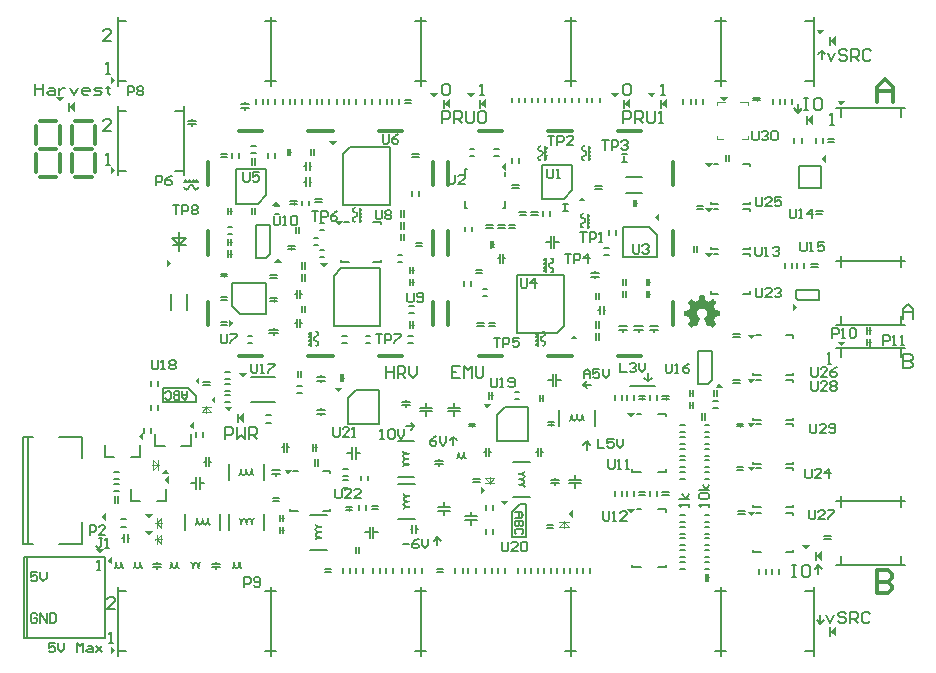
<source format=gbr>
%TF.GenerationSoftware,Altium Limited,Altium Designer,21.5.1 (32)*%
G04 Layer_Color=65535*
%FSLAX45Y45*%
%MOMM*%
%TF.SameCoordinates,6D93875A-9943-4EB1-8E24-321CDD5DE8D5*%
%TF.FilePolarity,Positive*%
%TF.FileFunction,Legend,Top*%
%TF.Part,Single*%
G01*
G75*
%TA.AperFunction,NonConductor*%
%ADD101C,0.20000*%
%ADD103C,0.15000*%
%ADD126C,0.10000*%
%ADD127C,0.30000*%
G36*
X3750000Y2256411D02*
X3717842Y2295000D01*
X3782157D01*
X3750000Y2256411D01*
D02*
G37*
G36*
X2705000Y2162843D02*
X2666411Y2195000D01*
X2705000Y2227158D01*
Y2162843D01*
D02*
G37*
G36*
X5010000Y2116412D02*
X4977843Y2155000D01*
X5042158D01*
X5010000Y2116412D01*
D02*
G37*
G36*
X2820000Y2091411D02*
X2787843Y2130000D01*
X2852157D01*
X2820000Y2091411D01*
D02*
G37*
G36*
X2950000Y2000000D02*
X2900000Y2040000D01*
X2950000Y2080000D01*
Y2000000D01*
D02*
G37*
G36*
X2525000Y1942843D02*
X2486411Y1975000D01*
X2525000Y2007158D01*
Y1942843D01*
D02*
G37*
G36*
X2095000Y1852843D02*
X2056411Y1885000D01*
X2095000Y1917157D01*
Y1852843D01*
D02*
G37*
G36*
X2317157Y1565000D02*
X2252843D01*
X2285000Y1603589D01*
X2317157Y1565000D01*
D02*
G37*
G36*
X3325000Y1556411D02*
X3292843Y1595000D01*
X3357157D01*
X3325000Y1556411D01*
D02*
G37*
G36*
X2315000Y1482843D02*
X2276411Y1515000D01*
X2315000Y1547157D01*
Y1482843D01*
D02*
G37*
G36*
X4993589Y1425000D02*
X4955000Y1392843D01*
Y1457157D01*
X4993589Y1425000D01*
D02*
G37*
G36*
X2145000Y1186411D02*
X2112843Y1225000D01*
X2177157D01*
X2145000Y1186411D01*
D02*
G37*
G36*
X1780000Y1167843D02*
X1741411Y1200000D01*
X1780000Y1232158D01*
Y1167843D01*
D02*
G37*
G36*
X2145000Y1046411D02*
X2112843Y1085000D01*
X2177157D01*
X2145000Y1046411D01*
D02*
G37*
G36*
X1731261Y888429D02*
X1699104Y927018D01*
X1763418D01*
X1731261Y888429D01*
D02*
G37*
G36*
X1832357Y799137D02*
X1793768Y831294D01*
X1832357Y863452D01*
Y799137D01*
D02*
G37*
G36*
X1860589Y70563D02*
X1822000Y38406D01*
Y102720D01*
X1860589Y70563D01*
D02*
G37*
G36*
Y4896563D02*
X1822000Y4864406D01*
Y4928720D01*
X1860589Y4896563D01*
D02*
G37*
G36*
X4870000Y4751411D02*
X4837843Y4790000D01*
X4902158D01*
X4870000Y4751411D01*
D02*
G37*
G36*
X4560000D02*
X4527843Y4790000D01*
X4592157D01*
X4560000Y4751411D01*
D02*
G37*
G36*
X1390000Y4721411D02*
X1357843Y4760000D01*
X1422157D01*
X1390000Y4721411D01*
D02*
G37*
G36*
X5000000Y4660000D02*
X4950000Y4700000D01*
X5000000Y4740000D01*
Y4660000D01*
D02*
G37*
G36*
X4690000D02*
X4640000Y4700000D01*
X4690000Y4740000D01*
Y4660000D01*
D02*
G37*
G36*
X1520000Y4630000D02*
X1470000Y4670000D01*
X1520000Y4710000D01*
Y4630000D01*
D02*
G37*
G36*
X3705000Y4346411D02*
X3672843Y4385000D01*
X3737157D01*
X3705000Y4346411D01*
D02*
G37*
G36*
X1860613Y4138203D02*
X1822024Y4106045D01*
Y4170360D01*
X1860613Y4138203D01*
D02*
G37*
G36*
X3252157Y3835000D02*
X3187842D01*
X3220000Y3873589D01*
X3252157Y3835000D01*
D02*
G37*
G36*
X3755000Y3666411D02*
X3722843Y3705000D01*
X3787158D01*
X3755000Y3666411D01*
D02*
G37*
G36*
X3267157Y3355000D02*
X3202842D01*
X3235000Y3393589D01*
X3267157Y3355000D01*
D02*
G37*
G36*
X2333589Y3350000D02*
X2295000Y3317843D01*
Y3382158D01*
X2333589Y3350000D01*
D02*
G37*
G36*
X3625000Y3316411D02*
X3592842Y3355000D01*
X3657157D01*
X3625000Y3316411D01*
D02*
G37*
G36*
X2863589Y2840000D02*
X2825000Y2807842D01*
Y2872157D01*
X2863589Y2840000D01*
D02*
G37*
G36*
X2940000Y2381411D02*
X2907842Y2420000D01*
X2972157D01*
X2940000Y2381411D01*
D02*
G37*
G36*
X2570000Y2322842D02*
X2531411Y2355000D01*
X2570000Y2387157D01*
Y2322842D01*
D02*
G37*
G36*
X6847943Y3075426D02*
X6848969D01*
Y3074913D01*
Y3074400D01*
Y3073887D01*
X6849482D01*
Y3073374D01*
Y3072861D01*
Y3072348D01*
Y3071835D01*
Y3071322D01*
X6849995D01*
Y3070809D01*
Y3070296D01*
Y3069783D01*
Y3069270D01*
Y3068757D01*
Y3068244D01*
X6850508D01*
Y3067731D01*
Y3067219D01*
Y3066706D01*
Y3066192D01*
Y3065680D01*
X6851021D01*
Y3065167D01*
Y3064654D01*
Y3064141D01*
Y3063628D01*
Y3063115D01*
X6851534D01*
Y3062602D01*
Y3062089D01*
Y3061576D01*
Y3061063D01*
Y3060550D01*
Y3060037D01*
X6852047D01*
Y3059524D01*
Y3059011D01*
Y3058498D01*
Y3057986D01*
Y3057472D01*
X6852560D01*
Y3056959D01*
Y3056447D01*
Y3055934D01*
Y3055420D01*
Y3054908D01*
X6853072D01*
Y3054395D01*
Y3053882D01*
Y3053369D01*
Y3052856D01*
Y3052343D01*
Y3051830D01*
X6853585D01*
Y3051317D01*
Y3050804D01*
Y3050291D01*
Y3049778D01*
Y3049265D01*
X6854098D01*
Y3048752D01*
Y3048239D01*
Y3047726D01*
Y3047213D01*
Y3046700D01*
Y3046187D01*
X6854611D01*
Y3045674D01*
Y3045161D01*
Y3044648D01*
Y3044135D01*
Y3043623D01*
X6855124D01*
Y3043109D01*
Y3042597D01*
Y3042084D01*
Y3041570D01*
Y3041058D01*
X6855637D01*
Y3040545D01*
Y3040032D01*
Y3039519D01*
Y3039006D01*
Y3038493D01*
Y3037980D01*
X6856150D01*
Y3037467D01*
Y3036954D01*
Y3036441D01*
Y3035928D01*
Y3035415D01*
X6856663D01*
Y3034902D01*
Y3034389D01*
X6857176D01*
Y3033876D01*
X6858202D01*
Y3033364D01*
X6859228D01*
Y3032851D01*
X6860767D01*
Y3032337D01*
X6861793D01*
Y3031825D01*
X6863331D01*
Y3031312D01*
X6864358D01*
Y3030798D01*
X6865383D01*
Y3030286D01*
X6866922D01*
Y3029773D01*
X6867948D01*
Y3029260D01*
X6869487D01*
Y3028747D01*
X6870513D01*
Y3028234D01*
X6872052D01*
Y3027721D01*
X6873078D01*
Y3027208D01*
X6874617D01*
Y3026695D01*
X6875643D01*
Y3026182D01*
X6876668D01*
Y3025669D01*
X6878207D01*
Y3025156D01*
X6879233D01*
Y3024643D01*
X6880772D01*
Y3024130D01*
X6881798D01*
Y3023617D01*
X6883337D01*
Y3023104D01*
X6884363D01*
Y3022591D01*
X6885902D01*
Y3023104D01*
X6886928D01*
Y3023617D01*
X6887441D01*
Y3024130D01*
X6888466D01*
Y3024643D01*
X6888980D01*
Y3025156D01*
X6889492D01*
Y3025669D01*
X6890518D01*
Y3026182D01*
X6891031D01*
Y3026695D01*
X6892057D01*
Y3027208D01*
X6892570D01*
Y3027721D01*
X6893596D01*
Y3028234D01*
X6894109D01*
Y3028747D01*
X6895135D01*
Y3029260D01*
X6895648D01*
Y3029773D01*
X6896674D01*
Y3030286D01*
X6897187D01*
Y3030798D01*
X6897700D01*
Y3031312D01*
X6898726D01*
Y3031825D01*
X6899238D01*
Y3032337D01*
X6900265D01*
Y3032851D01*
X6900777D01*
Y3033364D01*
X6901803D01*
Y3033876D01*
X6902316D01*
Y3034389D01*
X6903342D01*
Y3034902D01*
X6903855D01*
Y3035415D01*
X6904881D01*
Y3035928D01*
X6905394D01*
Y3036441D01*
X6905907D01*
Y3036954D01*
X6906933D01*
Y3037467D01*
X6907446D01*
Y3037980D01*
X6908472D01*
Y3038493D01*
X6908985D01*
Y3039006D01*
X6910011D01*
Y3039519D01*
X6910524D01*
Y3040032D01*
X6911550D01*
Y3040545D01*
X6912063D01*
Y3041058D01*
X6913088D01*
Y3041570D01*
X6913601D01*
Y3042084D01*
X6914627D01*
Y3042597D01*
X6915140D01*
Y3043109D01*
X6915653D01*
Y3043623D01*
X6916679D01*
Y3044135D01*
X6917192D01*
Y3044648D01*
X6918218D01*
Y3045161D01*
X6918731D01*
Y3045674D01*
X6921296D01*
Y3045161D01*
X6921809D01*
Y3044648D01*
X6922321D01*
Y3044135D01*
X6922835D01*
Y3043623D01*
X6923348D01*
Y3043109D01*
X6923860D01*
Y3042597D01*
X6924374D01*
Y3042084D01*
X6924887D01*
Y3041570D01*
X6925399D01*
Y3041058D01*
X6925912D01*
Y3040545D01*
X6926425D01*
Y3040032D01*
X6926938D01*
Y3039519D01*
X6927451D01*
Y3039006D01*
X6927964D01*
Y3038493D01*
X6928477D01*
Y3037980D01*
X6928990D01*
Y3037467D01*
X6929503D01*
Y3036954D01*
X6930016D01*
Y3036441D01*
X6930529D01*
Y3035928D01*
X6931042D01*
Y3035415D01*
X6931555D01*
Y3034902D01*
X6932068D01*
Y3034389D01*
X6932581D01*
Y3033876D01*
X6933094D01*
Y3033364D01*
X6933607D01*
Y3032851D01*
X6934120D01*
Y3032337D01*
X6934633D01*
Y3031825D01*
X6935146D01*
Y3031312D01*
X6935658D01*
Y3030798D01*
X6936171D01*
Y3030286D01*
X6936684D01*
Y3029773D01*
X6937197D01*
Y3029260D01*
X6937710D01*
Y3028747D01*
X6938223D01*
Y3028234D01*
X6938736D01*
Y3027721D01*
X6939249D01*
Y3027208D01*
X6939762D01*
Y3026695D01*
X6940275D01*
Y3026182D01*
X6940788D01*
Y3025669D01*
X6941301D01*
Y3025156D01*
X6941814D01*
Y3024643D01*
X6942327D01*
Y3024130D01*
X6942840D01*
Y3023617D01*
X6943353D01*
Y3023104D01*
X6943866D01*
Y3022591D01*
X6944379D01*
Y3022078D01*
X6944892D01*
Y3021565D01*
X6945404D01*
Y3021052D01*
X6945918D01*
Y3020540D01*
X6946431D01*
Y3020026D01*
X6946943D01*
Y3019514D01*
X6947457D01*
Y3019001D01*
X6947970D01*
Y3018487D01*
X6948482D01*
Y3017975D01*
X6948995D01*
Y3017462D01*
X6949508D01*
Y3016949D01*
Y3016436D01*
Y3015923D01*
Y3015410D01*
Y3014897D01*
X6948995D01*
Y3014384D01*
X6948482D01*
Y3013871D01*
Y3013358D01*
X6947970D01*
Y3012845D01*
X6947457D01*
Y3012332D01*
Y3011819D01*
X6946943D01*
Y3011306D01*
X6946431D01*
Y3010793D01*
Y3010280D01*
X6945918D01*
Y3009767D01*
X6945404D01*
Y3009254D01*
X6944892D01*
Y3008742D01*
Y3008229D01*
X6944379D01*
Y3007715D01*
X6943866D01*
Y3007203D01*
Y3006690D01*
X6943353D01*
Y3006177D01*
X6942840D01*
Y3005664D01*
Y3005151D01*
X6942327D01*
Y3004638D01*
X6941814D01*
Y3004125D01*
Y3003612D01*
X6941301D01*
Y3003099D01*
X6940788D01*
Y3002586D01*
Y3002073D01*
X6940275D01*
Y3001560D01*
X6939762D01*
Y3001047D01*
X6939249D01*
Y3000534D01*
Y3000021D01*
X6938736D01*
Y2999508D01*
X6938223D01*
Y2998995D01*
Y2998482D01*
X6937710D01*
Y2997969D01*
X6937197D01*
Y2997457D01*
Y2996943D01*
X6936684D01*
Y2996430D01*
X6936171D01*
Y2995918D01*
Y2995404D01*
X6935658D01*
Y2994892D01*
X6935146D01*
Y2994379D01*
Y2993866D01*
X6934633D01*
Y2993353D01*
X6934120D01*
Y2992840D01*
X6933607D01*
Y2992327D01*
Y2991814D01*
X6933094D01*
Y2991301D01*
X6932581D01*
Y2990788D01*
Y2990275D01*
X6932068D01*
Y2989762D01*
X6931555D01*
Y2989249D01*
Y2988736D01*
X6931042D01*
Y2988223D01*
X6930529D01*
Y2987710D01*
Y2987197D01*
X6930016D01*
Y2986684D01*
X6929503D01*
Y2986171D01*
Y2985658D01*
X6928990D01*
Y2985146D01*
X6928477D01*
Y2984632D01*
Y2984120D01*
X6927964D01*
Y2983607D01*
X6927451D01*
Y2983094D01*
Y2982581D01*
X6926938D01*
Y2982068D01*
Y2981555D01*
Y2981042D01*
X6927451D01*
Y2980529D01*
Y2980016D01*
Y2979503D01*
X6927964D01*
Y2978990D01*
Y2978477D01*
X6928477D01*
Y2977964D01*
Y2977451D01*
X6928990D01*
Y2976938D01*
Y2976425D01*
Y2975913D01*
X6929503D01*
Y2975399D01*
Y2974886D01*
X6930016D01*
Y2974374D01*
Y2973860D01*
X6930529D01*
Y2973347D01*
Y2972835D01*
Y2972321D01*
X6931042D01*
Y2971809D01*
Y2971296D01*
X6931555D01*
Y2970783D01*
Y2970270D01*
X6932068D01*
Y2969757D01*
Y2969244D01*
Y2968731D01*
X6932581D01*
Y2968218D01*
Y2967705D01*
X6933094D01*
Y2967192D01*
Y2966679D01*
X6933607D01*
Y2966166D01*
Y2965653D01*
Y2965140D01*
X6934120D01*
Y2964627D01*
Y2964114D01*
X6934633D01*
Y2963601D01*
Y2963088D01*
X6935146D01*
Y2962575D01*
Y2962062D01*
Y2961549D01*
X6935658D01*
Y2961036D01*
Y2960524D01*
X6936171D01*
Y2960011D01*
Y2959498D01*
X6936684D01*
Y2958985D01*
Y2958472D01*
Y2957959D01*
X6937197D01*
Y2957446D01*
Y2956933D01*
X6937710D01*
Y2956420D01*
Y2955907D01*
X6938223D01*
Y2955394D01*
Y2954881D01*
Y2954368D01*
X6938736D01*
Y2953855D01*
Y2953342D01*
X6939249D01*
Y2952829D01*
X6940275D01*
Y2952316D01*
X6941814D01*
Y2951803D01*
X6944892D01*
Y2951291D01*
X6947457D01*
Y2950777D01*
X6950021D01*
Y2950264D01*
X6953099D01*
Y2949752D01*
X6955664D01*
Y2949239D01*
X6958741D01*
Y2948725D01*
X6961306D01*
Y2948213D01*
X6963871D01*
Y2947700D01*
X6966949D01*
Y2947187D01*
X6969514D01*
Y2946674D01*
X6972078D01*
Y2946161D01*
X6975156D01*
Y2945648D01*
X6977721D01*
Y2945135D01*
X6979260D01*
Y2944622D01*
Y2944109D01*
X6979773D01*
Y2943596D01*
Y2943083D01*
Y2942570D01*
Y2942057D01*
Y2941544D01*
Y2941031D01*
Y2940518D01*
Y2940005D01*
Y2939492D01*
Y2938979D01*
Y2938466D01*
Y2937953D01*
Y2937441D01*
Y2936928D01*
Y2936414D01*
Y2935902D01*
Y2935389D01*
Y2934876D01*
Y2934363D01*
Y2933850D01*
Y2933337D01*
Y2932824D01*
Y2932311D01*
Y2931798D01*
Y2931285D01*
Y2930772D01*
Y2930259D01*
Y2929746D01*
Y2929233D01*
Y2928720D01*
Y2928207D01*
Y2927694D01*
Y2927181D01*
Y2926669D01*
Y2926156D01*
Y2925642D01*
Y2925130D01*
Y2924617D01*
Y2924104D01*
Y2923591D01*
Y2923078D01*
Y2922565D01*
Y2922052D01*
Y2921539D01*
Y2921026D01*
Y2920513D01*
Y2920000D01*
Y2919487D01*
Y2918974D01*
Y2918461D01*
Y2917948D01*
Y2917435D01*
Y2916922D01*
Y2916409D01*
Y2915896D01*
Y2915383D01*
Y2914870D01*
Y2914357D01*
Y2913845D01*
Y2913331D01*
Y2912819D01*
Y2912306D01*
Y2911792D01*
Y2911280D01*
Y2910767D01*
Y2910254D01*
Y2909741D01*
Y2909228D01*
Y2908715D01*
Y2908202D01*
Y2907689D01*
Y2907176D01*
Y2906663D01*
Y2906150D01*
Y2905637D01*
Y2905124D01*
Y2904611D01*
Y2904098D01*
Y2903586D01*
X6979260D01*
Y2903072D01*
X6978747D01*
Y2902559D01*
X6977208D01*
Y2902047D01*
X6974643D01*
Y2901534D01*
X6971565D01*
Y2901020D01*
X6969001D01*
Y2900508D01*
X6965923D01*
Y2899995D01*
X6963358D01*
Y2899482D01*
X6960793D01*
Y2898969D01*
X6957716D01*
Y2898456D01*
X6955151D01*
Y2897943D01*
X6952586D01*
Y2897430D01*
X6949508D01*
Y2896917D01*
X6946943D01*
Y2896404D01*
X6943866D01*
Y2895891D01*
X6941301D01*
Y2895378D01*
X6940788D01*
Y2894865D01*
X6940275D01*
Y2894352D01*
X6939762D01*
Y2893839D01*
Y2893326D01*
X6939249D01*
Y2892813D01*
Y2892300D01*
X6938736D01*
Y2891787D01*
Y2891274D01*
Y2890762D01*
X6938223D01*
Y2890248D01*
Y2889736D01*
X6937710D01*
Y2889223D01*
Y2888709D01*
Y2888197D01*
X6937197D01*
Y2887684D01*
Y2887171D01*
X6936684D01*
Y2886658D01*
Y2886145D01*
Y2885632D01*
X6936171D01*
Y2885119D01*
Y2884606D01*
X6935658D01*
Y2884093D01*
Y2883580D01*
Y2883067D01*
X6935146D01*
Y2882554D01*
Y2882041D01*
X6934633D01*
Y2881528D01*
Y2881015D01*
Y2880502D01*
X6934120D01*
Y2879989D01*
Y2879476D01*
X6933607D01*
Y2878964D01*
Y2878451D01*
Y2877937D01*
X6933094D01*
Y2877425D01*
Y2876912D01*
X6932581D01*
Y2876399D01*
Y2875886D01*
Y2875373D01*
X6932068D01*
Y2874860D01*
Y2874347D01*
X6931555D01*
Y2873834D01*
Y2873321D01*
Y2872808D01*
X6931042D01*
Y2872295D01*
Y2871782D01*
X6930529D01*
Y2871269D01*
Y2870756D01*
Y2870243D01*
X6930016D01*
Y2869730D01*
Y2869217D01*
X6929503D01*
Y2868704D01*
Y2868191D01*
Y2867679D01*
X6928990D01*
Y2867165D01*
Y2866652D01*
X6928477D01*
Y2866140D01*
Y2865626D01*
Y2865114D01*
X6927964D01*
Y2864601D01*
Y2864088D01*
Y2863575D01*
X6928477D01*
Y2863062D01*
Y2862549D01*
X6928990D01*
Y2862036D01*
X6929503D01*
Y2861523D01*
Y2861010D01*
X6930016D01*
Y2860497D01*
X6930529D01*
Y2859984D01*
Y2859471D01*
X6931042D01*
Y2858958D01*
X6931555D01*
Y2858445D01*
X6932068D01*
Y2857932D01*
Y2857419D01*
X6932581D01*
Y2856906D01*
X6933094D01*
Y2856393D01*
Y2855880D01*
X6933607D01*
Y2855367D01*
X6934120D01*
Y2854854D01*
Y2854342D01*
X6934633D01*
Y2853829D01*
X6935146D01*
Y2853316D01*
Y2852803D01*
X6935658D01*
Y2852290D01*
X6936171D01*
Y2851777D01*
Y2851264D01*
X6936684D01*
Y2850751D01*
X6937197D01*
Y2850238D01*
X6937710D01*
Y2849725D01*
Y2849212D01*
X6938223D01*
Y2848699D01*
X6938736D01*
Y2848186D01*
Y2847673D01*
X6939249D01*
Y2847160D01*
X6939762D01*
Y2846647D01*
Y2846134D01*
X6940275D01*
Y2845621D01*
X6940788D01*
Y2845108D01*
Y2844596D01*
X6941301D01*
Y2844082D01*
X6941814D01*
Y2843569D01*
Y2843057D01*
X6942327D01*
Y2842543D01*
X6942840D01*
Y2842030D01*
Y2841518D01*
X6943353D01*
Y2841005D01*
X6943866D01*
Y2840492D01*
X6944379D01*
Y2839979D01*
Y2839466D01*
X6944892D01*
Y2838953D01*
X6945404D01*
Y2838440D01*
Y2837927D01*
X6945918D01*
Y2837414D01*
X6946431D01*
Y2836901D01*
Y2836388D01*
X6946943D01*
Y2835875D01*
X6947457D01*
Y2835362D01*
Y2834849D01*
X6947970D01*
Y2834336D01*
X6948482D01*
Y2833823D01*
Y2833310D01*
X6948995D01*
Y2832797D01*
X6949508D01*
Y2832284D01*
Y2831771D01*
Y2831258D01*
Y2830746D01*
Y2830233D01*
X6948995D01*
Y2829720D01*
X6948482D01*
Y2829207D01*
X6947970D01*
Y2828694D01*
X6947457D01*
Y2828181D01*
X6946943D01*
Y2827668D01*
X6946431D01*
Y2827155D01*
X6945918D01*
Y2826642D01*
X6945404D01*
Y2826129D01*
X6944892D01*
Y2825616D01*
X6944379D01*
Y2825103D01*
X6943866D01*
Y2824590D01*
X6943353D01*
Y2824077D01*
X6942840D01*
Y2823564D01*
X6942327D01*
Y2823051D01*
X6941814D01*
Y2822538D01*
X6941301D01*
Y2822025D01*
X6940788D01*
Y2821513D01*
X6940275D01*
Y2820999D01*
X6939762D01*
Y2820486D01*
X6939249D01*
Y2819974D01*
X6938736D01*
Y2819460D01*
X6938223D01*
Y2818947D01*
X6937710D01*
Y2818435D01*
X6937197D01*
Y2817922D01*
X6936684D01*
Y2817409D01*
X6936171D01*
Y2816896D01*
X6935658D01*
Y2816383D01*
X6935146D01*
Y2815870D01*
X6934633D01*
Y2815357D01*
X6934120D01*
Y2814844D01*
X6933607D01*
Y2814331D01*
X6933094D01*
Y2813818D01*
X6932581D01*
Y2813305D01*
X6932068D01*
Y2812792D01*
X6931555D01*
Y2812279D01*
X6931042D01*
Y2811766D01*
X6930529D01*
Y2811253D01*
X6930016D01*
Y2810740D01*
X6929503D01*
Y2810227D01*
X6928990D01*
Y2809714D01*
X6928477D01*
Y2809201D01*
X6927964D01*
Y2808688D01*
X6927451D01*
Y2808175D01*
X6926938D01*
Y2807662D01*
X6926425D01*
Y2807150D01*
X6925912D01*
Y2806636D01*
X6925399D01*
Y2806124D01*
X6924887D01*
Y2805611D01*
X6924374D01*
Y2805098D01*
X6923860D01*
Y2804585D01*
X6923348D01*
Y2804072D01*
X6922835D01*
Y2803559D01*
X6922321D01*
Y2803046D01*
X6921809D01*
Y2802533D01*
X6920783D01*
Y2802020D01*
X6919244D01*
Y2802533D01*
X6918218D01*
Y2803046D01*
X6917705D01*
Y2803559D01*
X6916679D01*
Y2804072D01*
X6916166D01*
Y2804585D01*
X6915140D01*
Y2805098D01*
X6914627D01*
Y2805611D01*
X6913601D01*
Y2806124D01*
X6913088D01*
Y2806636D01*
X6912063D01*
Y2807150D01*
X6911550D01*
Y2807662D01*
X6911036D01*
Y2808175D01*
X6910011D01*
Y2808688D01*
X6909498D01*
Y2809201D01*
X6908472D01*
Y2809714D01*
X6907959D01*
Y2810227D01*
X6906933D01*
Y2810740D01*
X6906420D01*
Y2811253D01*
X6905394D01*
Y2811766D01*
X6904881D01*
Y2812279D01*
X6903855D01*
Y2812792D01*
X6903342D01*
Y2813305D01*
X6902829D01*
Y2813818D01*
X6901803D01*
Y2814331D01*
X6901290D01*
Y2814844D01*
X6900265D01*
Y2815357D01*
X6899752D01*
Y2815870D01*
X6898726D01*
Y2816383D01*
X6898213D01*
Y2816896D01*
X6897187D01*
Y2817409D01*
X6896674D01*
Y2817922D01*
X6895648D01*
Y2818435D01*
X6895135D01*
Y2818947D01*
X6894622D01*
Y2819460D01*
X6893596D01*
Y2819974D01*
X6893083D01*
Y2820486D01*
X6892057D01*
Y2820999D01*
X6891544D01*
Y2821513D01*
X6890518D01*
Y2822025D01*
X6890005D01*
Y2822538D01*
X6888980D01*
Y2823051D01*
X6886415D01*
Y2822538D01*
X6885389D01*
Y2822025D01*
X6884876D01*
Y2821513D01*
X6883850D01*
Y2820999D01*
X6882824D01*
Y2820486D01*
X6881798D01*
Y2819974D01*
X6880772D01*
Y2819460D01*
X6879746D01*
Y2818947D01*
X6878720D01*
Y2818435D01*
X6877694D01*
Y2817922D01*
X6877182D01*
Y2817409D01*
X6876155D01*
Y2816896D01*
X6875130D01*
Y2816383D01*
X6874104D01*
Y2815870D01*
X6871539D01*
Y2816383D01*
X6871026D01*
Y2816896D01*
Y2817409D01*
X6870513D01*
Y2817922D01*
Y2818435D01*
Y2818947D01*
X6870000D01*
Y2819460D01*
Y2819974D01*
X6869487D01*
Y2820486D01*
Y2820999D01*
X6868974D01*
Y2821513D01*
Y2822025D01*
Y2822538D01*
X6868461D01*
Y2823051D01*
Y2823564D01*
X6867948D01*
Y2824077D01*
Y2824590D01*
Y2825103D01*
X6867435D01*
Y2825616D01*
Y2826129D01*
X6866922D01*
Y2826642D01*
Y2827155D01*
Y2827668D01*
X6866409D01*
Y2828181D01*
Y2828694D01*
X6865897D01*
Y2829207D01*
Y2829720D01*
X6865383D01*
Y2830233D01*
Y2830746D01*
Y2831258D01*
X6864870D01*
Y2831771D01*
Y2832284D01*
X6864358D01*
Y2832797D01*
Y2833310D01*
Y2833823D01*
X6863845D01*
Y2834336D01*
Y2834849D01*
X6863331D01*
Y2835362D01*
Y2835875D01*
X6862819D01*
Y2836388D01*
Y2836901D01*
Y2837414D01*
X6862306D01*
Y2837927D01*
Y2838440D01*
X6861793D01*
Y2838953D01*
Y2839466D01*
Y2839979D01*
X6861280D01*
Y2840492D01*
Y2841005D01*
X6860767D01*
Y2841518D01*
Y2842030D01*
Y2842543D01*
X6860254D01*
Y2843057D01*
Y2843569D01*
X6859741D01*
Y2844082D01*
Y2844596D01*
X6859228D01*
Y2845108D01*
Y2845621D01*
Y2846134D01*
X6858715D01*
Y2846647D01*
Y2847160D01*
X6858202D01*
Y2847673D01*
Y2848186D01*
Y2848699D01*
X6857689D01*
Y2849212D01*
Y2849725D01*
X6857176D01*
Y2850238D01*
Y2850751D01*
X6856663D01*
Y2851264D01*
Y2851777D01*
Y2852290D01*
X6856150D01*
Y2852803D01*
Y2853316D01*
X6855637D01*
Y2853829D01*
Y2854342D01*
Y2854854D01*
X6855124D01*
Y2855367D01*
Y2855880D01*
X6854611D01*
Y2856393D01*
Y2856906D01*
Y2857419D01*
X6854098D01*
Y2857932D01*
Y2858445D01*
X6853585D01*
Y2858958D01*
Y2859471D01*
X6853072D01*
Y2859984D01*
Y2860497D01*
Y2861010D01*
X6852560D01*
Y2861523D01*
Y2862036D01*
X6852047D01*
Y2862549D01*
Y2863062D01*
Y2863575D01*
X6851534D01*
Y2864088D01*
Y2864601D01*
X6851021D01*
Y2865114D01*
Y2865626D01*
X6850508D01*
Y2866140D01*
Y2866652D01*
Y2867165D01*
X6849995D01*
Y2867679D01*
Y2868191D01*
X6849482D01*
Y2868704D01*
Y2869217D01*
Y2869730D01*
X6848969D01*
Y2870243D01*
Y2870756D01*
X6848456D01*
Y2871269D01*
Y2871782D01*
Y2872295D01*
X6847943D01*
Y2872808D01*
Y2873321D01*
X6847430D01*
Y2873834D01*
Y2874347D01*
X6846917D01*
Y2874860D01*
Y2875373D01*
Y2875886D01*
X6846404D01*
Y2876399D01*
Y2876912D01*
X6845891D01*
Y2877425D01*
Y2877937D01*
Y2878451D01*
X6845378D01*
Y2878964D01*
Y2879476D01*
X6844865D01*
Y2879989D01*
Y2880502D01*
X6844352D01*
Y2881015D01*
Y2881528D01*
Y2882041D01*
X6843839D01*
Y2882554D01*
Y2883067D01*
X6844352D01*
Y2883580D01*
Y2884093D01*
X6844865D01*
Y2884606D01*
X6845378D01*
Y2885119D01*
X6846404D01*
Y2885632D01*
X6846917D01*
Y2886145D01*
X6847943D01*
Y2886658D01*
X6848456D01*
Y2887171D01*
X6849482D01*
Y2887684D01*
X6849995D01*
Y2888197D01*
X6850508D01*
Y2888709D01*
X6851534D01*
Y2889223D01*
X6852047D01*
Y2889736D01*
X6853072D01*
Y2890248D01*
X6853585D01*
Y2890762D01*
X6854098D01*
Y2891274D01*
X6854611D01*
Y2891787D01*
X6855637D01*
Y2892300D01*
X6856150D01*
Y2892813D01*
X6856663D01*
Y2893326D01*
X6857176D01*
Y2893839D01*
X6857689D01*
Y2894352D01*
X6858202D01*
Y2894865D01*
X6858715D01*
Y2895378D01*
X6859228D01*
Y2895891D01*
X6859741D01*
Y2896404D01*
Y2896917D01*
X6860254D01*
Y2897430D01*
X6860767D01*
Y2897943D01*
X6861280D01*
Y2898456D01*
X6861793D01*
Y2898969D01*
Y2899482D01*
X6862306D01*
Y2899995D01*
X6862819D01*
Y2900508D01*
Y2901020D01*
X6863331D01*
Y2901534D01*
X6863845D01*
Y2902047D01*
Y2902559D01*
X6864358D01*
Y2903072D01*
Y2903586D01*
X6864870D01*
Y2904098D01*
Y2904611D01*
X6865383D01*
Y2905124D01*
Y2905637D01*
X6865897D01*
Y2906150D01*
Y2906663D01*
X6866409D01*
Y2907176D01*
Y2907689D01*
X6866922D01*
Y2908202D01*
Y2908715D01*
X6867435D01*
Y2909228D01*
Y2909741D01*
Y2910254D01*
X6867948D01*
Y2910767D01*
Y2911280D01*
Y2911792D01*
X6868461D01*
Y2912306D01*
Y2912819D01*
Y2913331D01*
Y2913845D01*
X6868974D01*
Y2914357D01*
Y2914870D01*
Y2915383D01*
Y2915896D01*
Y2916409D01*
X6869487D01*
Y2916922D01*
Y2917435D01*
Y2917948D01*
Y2918461D01*
Y2918974D01*
Y2919487D01*
Y2920000D01*
X6870000D01*
Y2920513D01*
Y2921026D01*
Y2921539D01*
Y2922052D01*
Y2922565D01*
Y2923078D01*
Y2923591D01*
Y2924104D01*
Y2924617D01*
Y2925130D01*
Y2925642D01*
Y2926156D01*
Y2926669D01*
Y2927181D01*
X6869487D01*
Y2927694D01*
Y2928207D01*
Y2928720D01*
Y2929233D01*
Y2929746D01*
Y2930259D01*
Y2930772D01*
X6868974D01*
Y2931285D01*
Y2931798D01*
Y2932311D01*
Y2932824D01*
Y2933337D01*
X6868461D01*
Y2933850D01*
Y2934363D01*
Y2934876D01*
Y2935389D01*
X6867948D01*
Y2935902D01*
Y2936414D01*
Y2936928D01*
X6867435D01*
Y2937441D01*
Y2937953D01*
Y2938466D01*
X6866922D01*
Y2938979D01*
Y2939492D01*
X6866409D01*
Y2940005D01*
Y2940518D01*
Y2941031D01*
X6865897D01*
Y2941544D01*
Y2942057D01*
X6865383D01*
Y2942570D01*
Y2943083D01*
X6864870D01*
Y2943596D01*
Y2944109D01*
X6864358D01*
Y2944622D01*
X6863845D01*
Y2945135D01*
Y2945648D01*
X6863331D01*
Y2946161D01*
Y2946674D01*
X6862819D01*
Y2947187D01*
X6862306D01*
Y2947700D01*
Y2948213D01*
X6861793D01*
Y2948725D01*
X6861280D01*
Y2949239D01*
X6860767D01*
Y2949752D01*
Y2950264D01*
X6860254D01*
Y2950777D01*
X6859741D01*
Y2951291D01*
X6859228D01*
Y2951803D01*
X6858715D01*
Y2952316D01*
X6858202D01*
Y2952829D01*
X6857689D01*
Y2953342D01*
X6857176D01*
Y2953855D01*
X6856663D01*
Y2954368D01*
X6856150D01*
Y2954881D01*
X6855637D01*
Y2955394D01*
X6855124D01*
Y2955907D01*
X6854611D01*
Y2956420D01*
X6854098D01*
Y2956933D01*
X6853072D01*
Y2957446D01*
X6852560D01*
Y2957959D01*
X6851534D01*
Y2958472D01*
X6851021D01*
Y2958985D01*
X6849995D01*
Y2959498D01*
X6849482D01*
Y2960011D01*
X6848456D01*
Y2960524D01*
X6847430D01*
Y2961036D01*
X6846404D01*
Y2961549D01*
X6845378D01*
Y2962062D01*
X6844352D01*
Y2962575D01*
X6843326D01*
Y2963088D01*
X6841787D01*
Y2963601D01*
X6840248D01*
Y2964114D01*
X6838710D01*
Y2964627D01*
X6836658D01*
Y2965140D01*
X6833580D01*
Y2965653D01*
X6821782D01*
Y2965140D01*
X6818704D01*
Y2964627D01*
X6816653D01*
Y2964114D01*
X6815114D01*
Y2963601D01*
X6813575D01*
Y2963088D01*
X6812036D01*
Y2962575D01*
X6811010D01*
Y2962062D01*
X6809984D01*
Y2961549D01*
X6808958D01*
Y2961036D01*
X6807932D01*
Y2960524D01*
X6806906D01*
Y2960011D01*
X6805880D01*
Y2959498D01*
X6805368D01*
Y2958985D01*
X6804342D01*
Y2958472D01*
X6803829D01*
Y2957959D01*
X6802803D01*
Y2957446D01*
X6802290D01*
Y2956933D01*
X6801777D01*
Y2956420D01*
X6801264D01*
Y2955907D01*
X6800238D01*
Y2955394D01*
X6799725D01*
Y2954881D01*
X6799212D01*
Y2954368D01*
X6798699D01*
Y2953855D01*
X6798186D01*
Y2953342D01*
X6797673D01*
Y2952829D01*
X6797160D01*
Y2952316D01*
X6796647D01*
Y2951803D01*
X6796134D01*
Y2951291D01*
X6795621D01*
Y2950777D01*
X6795109D01*
Y2950264D01*
Y2949752D01*
X6794596D01*
Y2949239D01*
X6794082D01*
Y2948725D01*
X6793570D01*
Y2948213D01*
Y2947700D01*
X6793057D01*
Y2947187D01*
X6792543D01*
Y2946674D01*
Y2946161D01*
X6792031D01*
Y2945648D01*
X6791518D01*
Y2945135D01*
Y2944622D01*
X6791005D01*
Y2944109D01*
Y2943596D01*
X6790492D01*
Y2943083D01*
Y2942570D01*
X6789979D01*
Y2942057D01*
Y2941544D01*
X6789466D01*
Y2941031D01*
Y2940518D01*
X6788953D01*
Y2940005D01*
Y2939492D01*
X6788440D01*
Y2938979D01*
Y2938466D01*
Y2937953D01*
X6787927D01*
Y2937441D01*
Y2936928D01*
Y2936414D01*
X6787414D01*
Y2935902D01*
Y2935389D01*
Y2934876D01*
X6786901D01*
Y2934363D01*
Y2933850D01*
Y2933337D01*
Y2932824D01*
X6786388D01*
Y2932311D01*
Y2931798D01*
Y2931285D01*
Y2930772D01*
Y2930259D01*
X6785875D01*
Y2929746D01*
Y2929233D01*
Y2928720D01*
Y2928207D01*
Y2927694D01*
Y2927181D01*
Y2926669D01*
Y2926156D01*
Y2925642D01*
Y2925130D01*
X6785362D01*
Y2924617D01*
Y2924104D01*
Y2923591D01*
Y2923078D01*
Y2922565D01*
Y2922052D01*
X6785875D01*
Y2921539D01*
Y2921026D01*
Y2920513D01*
Y2920000D01*
Y2919487D01*
Y2918974D01*
Y2918461D01*
Y2917948D01*
Y2917435D01*
Y2916922D01*
X6786388D01*
Y2916409D01*
Y2915896D01*
Y2915383D01*
Y2914870D01*
Y2914357D01*
X6786901D01*
Y2913845D01*
Y2913331D01*
Y2912819D01*
Y2912306D01*
X6787414D01*
Y2911792D01*
Y2911280D01*
Y2910767D01*
X6787927D01*
Y2910254D01*
Y2909741D01*
Y2909228D01*
X6788440D01*
Y2908715D01*
Y2908202D01*
X6788953D01*
Y2907689D01*
Y2907176D01*
Y2906663D01*
X6789466D01*
Y2906150D01*
Y2905637D01*
X6789979D01*
Y2905124D01*
Y2904611D01*
X6790492D01*
Y2904098D01*
Y2903586D01*
X6791005D01*
Y2903072D01*
Y2902559D01*
X6791518D01*
Y2902047D01*
X6792031D01*
Y2901534D01*
Y2901020D01*
X6792543D01*
Y2900508D01*
X6793057D01*
Y2899995D01*
Y2899482D01*
X6793570D01*
Y2898969D01*
X6794082D01*
Y2898456D01*
Y2897943D01*
X6794596D01*
Y2897430D01*
X6795109D01*
Y2896917D01*
X6795621D01*
Y2896404D01*
X6796134D01*
Y2895891D01*
X6796647D01*
Y2895378D01*
Y2894865D01*
X6797160D01*
Y2894352D01*
X6797673D01*
Y2893839D01*
X6798186D01*
Y2893326D01*
X6798699D01*
Y2892813D01*
X6799725D01*
Y2892300D01*
X6800238D01*
Y2891787D01*
X6800751D01*
Y2891274D01*
X6801264D01*
Y2890762D01*
X6801777D01*
Y2890248D01*
X6802803D01*
Y2889736D01*
X6803316D01*
Y2889223D01*
X6803829D01*
Y2888709D01*
X6804855D01*
Y2888197D01*
X6805368D01*
Y2887684D01*
X6805880D01*
Y2887171D01*
X6806906D01*
Y2886658D01*
X6807419D01*
Y2886145D01*
X6808445D01*
Y2885632D01*
X6809471D01*
Y2885119D01*
X6809984D01*
Y2884606D01*
X6811010D01*
Y2884093D01*
Y2883580D01*
X6811523D01*
Y2883067D01*
Y2882554D01*
Y2882041D01*
Y2881528D01*
X6811010D01*
Y2881015D01*
Y2880502D01*
X6810497D01*
Y2879989D01*
Y2879476D01*
Y2878964D01*
X6809984D01*
Y2878451D01*
Y2877937D01*
X6809471D01*
Y2877425D01*
Y2876912D01*
X6808958D01*
Y2876399D01*
Y2875886D01*
Y2875373D01*
X6808445D01*
Y2874860D01*
Y2874347D01*
X6807932D01*
Y2873834D01*
Y2873321D01*
Y2872808D01*
X6807419D01*
Y2872295D01*
Y2871782D01*
X6806906D01*
Y2871269D01*
Y2870756D01*
X6806393D01*
Y2870243D01*
Y2869730D01*
Y2869217D01*
X6805880D01*
Y2868704D01*
Y2868191D01*
X6805368D01*
Y2867679D01*
Y2867165D01*
Y2866652D01*
X6804855D01*
Y2866140D01*
Y2865626D01*
X6804342D01*
Y2865114D01*
Y2864601D01*
Y2864088D01*
X6803829D01*
Y2863575D01*
Y2863062D01*
X6803316D01*
Y2862549D01*
Y2862036D01*
X6802803D01*
Y2861523D01*
Y2861010D01*
Y2860497D01*
X6802290D01*
Y2859984D01*
Y2859471D01*
X6801777D01*
Y2858958D01*
Y2858445D01*
Y2857932D01*
X6801264D01*
Y2857419D01*
Y2856906D01*
X6800751D01*
Y2856393D01*
Y2855880D01*
X6800238D01*
Y2855367D01*
Y2854854D01*
Y2854342D01*
X6799725D01*
Y2853829D01*
Y2853316D01*
X6799212D01*
Y2852803D01*
Y2852290D01*
Y2851777D01*
X6798699D01*
Y2851264D01*
Y2850751D01*
X6798186D01*
Y2850238D01*
Y2849725D01*
Y2849212D01*
X6797673D01*
Y2848699D01*
Y2848186D01*
X6797160D01*
Y2847673D01*
Y2847160D01*
X6796647D01*
Y2846647D01*
Y2846134D01*
Y2845621D01*
X6796134D01*
Y2845108D01*
Y2844596D01*
X6795621D01*
Y2844082D01*
Y2843569D01*
Y2843057D01*
X6795109D01*
Y2842543D01*
Y2842030D01*
X6794596D01*
Y2841518D01*
Y2841005D01*
X6794082D01*
Y2840492D01*
Y2839979D01*
Y2839466D01*
X6793570D01*
Y2838953D01*
Y2838440D01*
X6793057D01*
Y2837927D01*
Y2837414D01*
Y2836901D01*
X6792543D01*
Y2836388D01*
Y2835875D01*
X6792031D01*
Y2835362D01*
Y2834849D01*
Y2834336D01*
X6791518D01*
Y2833823D01*
Y2833310D01*
X6791005D01*
Y2832797D01*
Y2832284D01*
X6790492D01*
Y2831771D01*
Y2831258D01*
Y2830746D01*
X6789979D01*
Y2830233D01*
Y2829720D01*
X6789466D01*
Y2829207D01*
Y2828694D01*
Y2828181D01*
X6788953D01*
Y2827668D01*
Y2827155D01*
X6788440D01*
Y2826642D01*
Y2826129D01*
X6787927D01*
Y2825616D01*
Y2825103D01*
Y2824590D01*
X6787414D01*
Y2824077D01*
Y2823564D01*
X6786901D01*
Y2823051D01*
Y2822538D01*
Y2822025D01*
X6786388D01*
Y2821513D01*
Y2820999D01*
X6785875D01*
Y2820486D01*
Y2819974D01*
Y2819460D01*
X6785362D01*
Y2818947D01*
Y2818435D01*
X6784849D01*
Y2817922D01*
Y2817409D01*
X6784336D01*
Y2816896D01*
Y2816383D01*
X6783823D01*
Y2815870D01*
X6781258D01*
Y2816383D01*
X6780233D01*
Y2816896D01*
X6779720D01*
Y2817409D01*
X6778694D01*
Y2817922D01*
X6777668D01*
Y2818435D01*
X6776642D01*
Y2818947D01*
X6775616D01*
Y2819460D01*
X6774590D01*
Y2819974D01*
X6773564D01*
Y2820486D01*
X6772538D01*
Y2820999D01*
X6772025D01*
Y2821513D01*
X6770999D01*
Y2822025D01*
X6769974D01*
Y2822538D01*
X6768948D01*
Y2823051D01*
X6766383D01*
Y2822538D01*
X6765357D01*
Y2822025D01*
X6764844D01*
Y2821513D01*
X6764331D01*
Y2820999D01*
X6763305D01*
Y2820486D01*
X6762792D01*
Y2819974D01*
X6761766D01*
Y2819460D01*
X6761253D01*
Y2818947D01*
X6760227D01*
Y2818435D01*
X6759714D01*
Y2817922D01*
X6758688D01*
Y2817409D01*
X6758175D01*
Y2816896D01*
X6757150D01*
Y2816383D01*
X6756637D01*
Y2815870D01*
X6756124D01*
Y2815357D01*
X6755098D01*
Y2814844D01*
X6754585D01*
Y2814331D01*
X6753559D01*
Y2813818D01*
X6753046D01*
Y2813305D01*
X6752020D01*
Y2812792D01*
X6751507D01*
Y2812279D01*
X6750481D01*
Y2811766D01*
X6749968D01*
Y2811253D01*
X6748942D01*
Y2810740D01*
X6748429D01*
Y2810227D01*
X6747916D01*
Y2809714D01*
X6746890D01*
Y2809201D01*
X6746377D01*
Y2808688D01*
X6745352D01*
Y2808175D01*
X6744839D01*
Y2807662D01*
X6743813D01*
Y2807150D01*
X6743300D01*
Y2806636D01*
X6742274D01*
Y2806124D01*
X6741761D01*
Y2805611D01*
X6740735D01*
Y2805098D01*
X6740222D01*
Y2804585D01*
X6739196D01*
Y2804072D01*
X6738683D01*
Y2803559D01*
X6738170D01*
Y2803046D01*
X6737144D01*
Y2802533D01*
X6736119D01*
Y2802020D01*
X6734580D01*
Y2802533D01*
X6733553D01*
Y2803046D01*
X6733041D01*
Y2803559D01*
X6732528D01*
Y2804072D01*
X6732015D01*
Y2804585D01*
X6731502D01*
Y2805098D01*
X6730989D01*
Y2805611D01*
X6730476D01*
Y2806124D01*
X6729963D01*
Y2806636D01*
X6729450D01*
Y2807150D01*
X6728937D01*
Y2807662D01*
X6728424D01*
Y2808175D01*
X6727911D01*
Y2808688D01*
X6727398D01*
Y2809201D01*
X6726885D01*
Y2809714D01*
X6726372D01*
Y2810227D01*
X6725859D01*
Y2810740D01*
X6725346D01*
Y2811253D01*
X6724833D01*
Y2811766D01*
X6724320D01*
Y2812279D01*
X6723807D01*
Y2812792D01*
X6723294D01*
Y2813305D01*
X6722782D01*
Y2813818D01*
X6722268D01*
Y2814331D01*
X6721756D01*
Y2814844D01*
X6721243D01*
Y2815357D01*
X6720730D01*
Y2815870D01*
X6720217D01*
Y2816383D01*
X6719704D01*
Y2816896D01*
X6719191D01*
Y2817409D01*
X6718678D01*
Y2817922D01*
X6718165D01*
Y2818435D01*
X6717652D01*
Y2818947D01*
X6717139D01*
Y2819460D01*
X6716626D01*
Y2819974D01*
X6716113D01*
Y2820486D01*
X6715600D01*
Y2820999D01*
X6715087D01*
Y2821513D01*
X6714574D01*
Y2822025D01*
X6714061D01*
Y2822538D01*
X6713548D01*
Y2823051D01*
X6713035D01*
Y2823564D01*
X6712522D01*
Y2824077D01*
X6712009D01*
Y2824590D01*
X6711497D01*
Y2825103D01*
X6710983D01*
Y2825616D01*
X6710470D01*
Y2826129D01*
X6709958D01*
Y2826642D01*
X6709445D01*
Y2827155D01*
X6708932D01*
Y2827668D01*
X6708419D01*
Y2828181D01*
X6707906D01*
Y2828694D01*
X6707393D01*
Y2829207D01*
X6706880D01*
Y2829720D01*
X6706367D01*
Y2830233D01*
Y2830746D01*
X6705854D01*
Y2831258D01*
Y2831771D01*
Y2832284D01*
X6706367D01*
Y2832797D01*
Y2833310D01*
X6706880D01*
Y2833823D01*
Y2834336D01*
X6707393D01*
Y2834849D01*
X6707906D01*
Y2835362D01*
X6708419D01*
Y2835875D01*
Y2836388D01*
X6708932D01*
Y2836901D01*
X6709445D01*
Y2837414D01*
Y2837927D01*
X6709958D01*
Y2838440D01*
X6710470D01*
Y2838953D01*
Y2839466D01*
X6710983D01*
Y2839979D01*
X6711497D01*
Y2840492D01*
Y2841005D01*
X6712009D01*
Y2841518D01*
X6712522D01*
Y2842030D01*
Y2842543D01*
X6713035D01*
Y2843057D01*
X6713548D01*
Y2843569D01*
X6714061D01*
Y2844082D01*
Y2844596D01*
X6714574D01*
Y2845108D01*
X6715087D01*
Y2845621D01*
Y2846134D01*
X6715600D01*
Y2846647D01*
X6716113D01*
Y2847160D01*
Y2847673D01*
X6716626D01*
Y2848186D01*
X6717139D01*
Y2848699D01*
Y2849212D01*
X6717652D01*
Y2849725D01*
X6718165D01*
Y2850238D01*
Y2850751D01*
X6718678D01*
Y2851264D01*
X6719191D01*
Y2851777D01*
Y2852290D01*
X6719704D01*
Y2852803D01*
X6720217D01*
Y2853316D01*
X6720730D01*
Y2853829D01*
Y2854342D01*
X6721243D01*
Y2854854D01*
X6721756D01*
Y2855367D01*
Y2855880D01*
X6722268D01*
Y2856393D01*
X6722782D01*
Y2856906D01*
Y2857419D01*
X6723294D01*
Y2857932D01*
X6723807D01*
Y2858445D01*
Y2858958D01*
X6724320D01*
Y2859471D01*
X6724833D01*
Y2859984D01*
Y2860497D01*
X6725346D01*
Y2861010D01*
X6725859D01*
Y2861523D01*
X6726372D01*
Y2862036D01*
Y2862549D01*
X6726885D01*
Y2863062D01*
X6727398D01*
Y2863575D01*
Y2864088D01*
Y2864601D01*
Y2865114D01*
Y2865626D01*
X6726885D01*
Y2866140D01*
Y2866652D01*
Y2867165D01*
X6726372D01*
Y2867679D01*
Y2868191D01*
X6725859D01*
Y2868704D01*
Y2869217D01*
Y2869730D01*
X6725346D01*
Y2870243D01*
Y2870756D01*
X6724833D01*
Y2871269D01*
Y2871782D01*
Y2872295D01*
X6724320D01*
Y2872808D01*
Y2873321D01*
X6723807D01*
Y2873834D01*
Y2874347D01*
Y2874860D01*
X6723294D01*
Y2875373D01*
Y2875886D01*
X6722782D01*
Y2876399D01*
Y2876912D01*
Y2877425D01*
X6722268D01*
Y2877937D01*
Y2878451D01*
X6721756D01*
Y2878964D01*
Y2879476D01*
Y2879989D01*
X6721243D01*
Y2880502D01*
Y2881015D01*
X6720730D01*
Y2881528D01*
Y2882041D01*
Y2882554D01*
X6720217D01*
Y2883067D01*
Y2883580D01*
X6719704D01*
Y2884093D01*
Y2884606D01*
Y2885119D01*
X6719191D01*
Y2885632D01*
Y2886145D01*
X6718678D01*
Y2886658D01*
Y2887171D01*
Y2887684D01*
X6718165D01*
Y2888197D01*
Y2888709D01*
X6717652D01*
Y2889223D01*
Y2889736D01*
Y2890248D01*
X6717139D01*
Y2890762D01*
Y2891274D01*
X6716626D01*
Y2891787D01*
Y2892300D01*
Y2892813D01*
X6716113D01*
Y2893326D01*
Y2893839D01*
X6715600D01*
Y2894352D01*
Y2894865D01*
X6715087D01*
Y2895378D01*
X6714061D01*
Y2895891D01*
X6711497D01*
Y2896404D01*
X6708419D01*
Y2896917D01*
X6705854D01*
Y2897430D01*
X6703289D01*
Y2897943D01*
X6700211D01*
Y2898456D01*
X6697647D01*
Y2898969D01*
X6695082D01*
Y2899482D01*
X6692004D01*
Y2899995D01*
X6689439D01*
Y2900508D01*
X6686362D01*
Y2901020D01*
X6683797D01*
Y2901534D01*
X6681232D01*
Y2902047D01*
X6678154D01*
Y2902559D01*
X6676615D01*
Y2903072D01*
X6676102D01*
Y2903586D01*
X6675590D01*
Y2904098D01*
Y2904611D01*
Y2905124D01*
Y2905637D01*
Y2906150D01*
Y2906663D01*
Y2907176D01*
Y2907689D01*
Y2908202D01*
Y2908715D01*
Y2909228D01*
Y2909741D01*
Y2910254D01*
Y2910767D01*
Y2911280D01*
Y2911792D01*
Y2912306D01*
Y2912819D01*
Y2913331D01*
Y2913845D01*
Y2914357D01*
Y2914870D01*
Y2915383D01*
Y2915896D01*
Y2916409D01*
Y2916922D01*
Y2917435D01*
Y2917948D01*
Y2918461D01*
Y2918974D01*
Y2919487D01*
Y2920000D01*
Y2920513D01*
Y2921026D01*
Y2921539D01*
Y2922052D01*
Y2922565D01*
Y2923078D01*
Y2923591D01*
Y2924104D01*
Y2924617D01*
Y2925130D01*
Y2925642D01*
Y2926156D01*
Y2926669D01*
Y2927181D01*
Y2927694D01*
Y2928207D01*
Y2928720D01*
Y2929233D01*
Y2929746D01*
Y2930259D01*
Y2930772D01*
Y2931285D01*
Y2931798D01*
Y2932311D01*
Y2932824D01*
Y2933337D01*
Y2933850D01*
Y2934363D01*
Y2934876D01*
Y2935389D01*
Y2935902D01*
Y2936414D01*
Y2936928D01*
Y2937441D01*
Y2937953D01*
Y2938466D01*
Y2938979D01*
Y2939492D01*
Y2940005D01*
Y2940518D01*
Y2941031D01*
Y2941544D01*
Y2942057D01*
Y2942570D01*
Y2943083D01*
Y2943596D01*
Y2944109D01*
X6676102D01*
Y2944622D01*
X6676615D01*
Y2945135D01*
X6677641D01*
Y2945648D01*
X6680206D01*
Y2946161D01*
X6683284D01*
Y2946674D01*
X6685848D01*
Y2947187D01*
X6688926D01*
Y2947700D01*
X6691491D01*
Y2948213D01*
X6694056D01*
Y2948725D01*
X6697134D01*
Y2949239D01*
X6699698D01*
Y2949752D01*
X6702263D01*
Y2950264D01*
X6705341D01*
Y2950777D01*
X6707906D01*
Y2951291D01*
X6710983D01*
Y2951803D01*
X6713548D01*
Y2952316D01*
X6715600D01*
Y2952829D01*
X6716113D01*
Y2953342D01*
X6716626D01*
Y2953855D01*
Y2954368D01*
X6717139D01*
Y2954881D01*
Y2955394D01*
X6717652D01*
Y2955907D01*
Y2956420D01*
X6718165D01*
Y2956933D01*
Y2957446D01*
Y2957959D01*
X6718678D01*
Y2958472D01*
Y2958985D01*
X6719191D01*
Y2959498D01*
Y2960011D01*
X6719704D01*
Y2960524D01*
Y2961036D01*
Y2961549D01*
X6720217D01*
Y2962062D01*
Y2962575D01*
X6720730D01*
Y2963088D01*
Y2963601D01*
X6721243D01*
Y2964114D01*
Y2964627D01*
Y2965140D01*
X6721756D01*
Y2965653D01*
Y2966166D01*
X6722268D01*
Y2966679D01*
Y2967192D01*
X6722782D01*
Y2967705D01*
Y2968218D01*
Y2968731D01*
X6723294D01*
Y2969244D01*
Y2969757D01*
X6723807D01*
Y2970270D01*
Y2970783D01*
X6724320D01*
Y2971296D01*
Y2971809D01*
Y2972321D01*
X6724833D01*
Y2972835D01*
Y2973347D01*
X6725346D01*
Y2973860D01*
Y2974374D01*
X6725859D01*
Y2974886D01*
Y2975399D01*
Y2975913D01*
X6726372D01*
Y2976425D01*
Y2976938D01*
X6726885D01*
Y2977451D01*
Y2977964D01*
X6727398D01*
Y2978477D01*
Y2978990D01*
Y2979503D01*
X6727911D01*
Y2980016D01*
Y2980529D01*
X6728424D01*
Y2981042D01*
Y2981555D01*
Y2982068D01*
Y2982581D01*
Y2983094D01*
X6727911D01*
Y2983607D01*
X6727398D01*
Y2984120D01*
Y2984632D01*
X6726885D01*
Y2985146D01*
X6726372D01*
Y2985658D01*
Y2986171D01*
X6725859D01*
Y2986684D01*
X6725346D01*
Y2987197D01*
Y2987710D01*
X6724833D01*
Y2988223D01*
X6724320D01*
Y2988736D01*
Y2989249D01*
X6723807D01*
Y2989762D01*
X6723294D01*
Y2990275D01*
Y2990788D01*
X6722782D01*
Y2991301D01*
X6722268D01*
Y2991814D01*
X6721756D01*
Y2992327D01*
Y2992840D01*
X6721243D01*
Y2993353D01*
X6720730D01*
Y2993866D01*
Y2994379D01*
X6720217D01*
Y2994892D01*
X6719704D01*
Y2995404D01*
Y2995918D01*
X6719191D01*
Y2996430D01*
X6718678D01*
Y2996943D01*
Y2997457D01*
X6718165D01*
Y2997969D01*
X6717652D01*
Y2998482D01*
Y2998995D01*
X6717139D01*
Y2999508D01*
X6716626D01*
Y3000021D01*
X6716113D01*
Y3000534D01*
Y3001047D01*
X6715600D01*
Y3001560D01*
X6715087D01*
Y3002073D01*
Y3002586D01*
X6714574D01*
Y3003099D01*
X6714061D01*
Y3003612D01*
Y3004125D01*
X6713548D01*
Y3004638D01*
X6713035D01*
Y3005151D01*
Y3005664D01*
X6712522D01*
Y3006177D01*
X6712009D01*
Y3006690D01*
Y3007203D01*
X6711497D01*
Y3007715D01*
X6710983D01*
Y3008229D01*
X6710470D01*
Y3008742D01*
Y3009254D01*
X6709958D01*
Y3009767D01*
X6709445D01*
Y3010280D01*
Y3010793D01*
X6708932D01*
Y3011306D01*
X6708419D01*
Y3011819D01*
Y3012332D01*
X6707906D01*
Y3012845D01*
X6707393D01*
Y3013358D01*
Y3013871D01*
X6706880D01*
Y3014384D01*
X6706367D01*
Y3014897D01*
Y3015410D01*
X6705854D01*
Y3015923D01*
Y3016436D01*
Y3016949D01*
X6706367D01*
Y3017462D01*
Y3017975D01*
X6706880D01*
Y3018487D01*
X6707393D01*
Y3019001D01*
X6707906D01*
Y3019514D01*
X6708419D01*
Y3020026D01*
X6708932D01*
Y3020540D01*
X6709445D01*
Y3021052D01*
X6709958D01*
Y3021565D01*
X6710470D01*
Y3022078D01*
X6710983D01*
Y3022591D01*
X6711497D01*
Y3023104D01*
X6712009D01*
Y3023617D01*
X6712522D01*
Y3024130D01*
X6713035D01*
Y3024643D01*
X6713548D01*
Y3025156D01*
X6714061D01*
Y3025669D01*
X6714574D01*
Y3026182D01*
X6715087D01*
Y3026695D01*
X6715600D01*
Y3027208D01*
X6716113D01*
Y3027721D01*
X6716626D01*
Y3028234D01*
X6717139D01*
Y3028747D01*
X6717652D01*
Y3029260D01*
X6718165D01*
Y3029773D01*
X6718678D01*
Y3030286D01*
X6719191D01*
Y3030798D01*
X6719704D01*
Y3031312D01*
X6720217D01*
Y3031825D01*
X6720730D01*
Y3032337D01*
X6721243D01*
Y3032851D01*
X6721756D01*
Y3033364D01*
X6722268D01*
Y3033876D01*
X6722782D01*
Y3034389D01*
X6723294D01*
Y3034902D01*
X6723807D01*
Y3035415D01*
X6724320D01*
Y3035928D01*
X6724833D01*
Y3036441D01*
X6725346D01*
Y3036954D01*
X6725859D01*
Y3037467D01*
X6726372D01*
Y3037980D01*
X6726885D01*
Y3038493D01*
X6727398D01*
Y3039006D01*
X6727911D01*
Y3039519D01*
X6728424D01*
Y3040032D01*
X6728937D01*
Y3040545D01*
X6729450D01*
Y3041058D01*
X6729963D01*
Y3041570D01*
X6730476D01*
Y3042084D01*
X6730989D01*
Y3042597D01*
X6731502D01*
Y3043109D01*
X6732015D01*
Y3043623D01*
X6732528D01*
Y3044135D01*
X6733041D01*
Y3044648D01*
X6733553D01*
Y3045161D01*
X6734067D01*
Y3045674D01*
X6736631D01*
Y3045161D01*
X6737144D01*
Y3044648D01*
X6738170D01*
Y3044135D01*
X6738683D01*
Y3043623D01*
X6739709D01*
Y3043109D01*
X6740222D01*
Y3042597D01*
X6741248D01*
Y3042084D01*
X6741761D01*
Y3041570D01*
X6742787D01*
Y3041058D01*
X6743300D01*
Y3040545D01*
X6744326D01*
Y3040032D01*
X6744839D01*
Y3039519D01*
X6745352D01*
Y3039006D01*
X6746377D01*
Y3038493D01*
X6746890D01*
Y3037980D01*
X6747916D01*
Y3037467D01*
X6748429D01*
Y3036954D01*
X6749455D01*
Y3036441D01*
X6749968D01*
Y3035928D01*
X6750994D01*
Y3035415D01*
X6751507D01*
Y3034902D01*
X6752533D01*
Y3034389D01*
X6753046D01*
Y3033876D01*
X6754072D01*
Y3033364D01*
X6754585D01*
Y3032851D01*
X6755098D01*
Y3032337D01*
X6756124D01*
Y3031825D01*
X6756637D01*
Y3031312D01*
X6757663D01*
Y3030798D01*
X6758175D01*
Y3030286D01*
X6759202D01*
Y3029773D01*
X6759714D01*
Y3029260D01*
X6760740D01*
Y3028747D01*
X6761253D01*
Y3028234D01*
X6762279D01*
Y3027721D01*
X6762792D01*
Y3027208D01*
X6763305D01*
Y3026695D01*
X6764331D01*
Y3026182D01*
X6764844D01*
Y3025669D01*
X6765870D01*
Y3025156D01*
X6766383D01*
Y3024643D01*
X6767409D01*
Y3024130D01*
X6767922D01*
Y3023617D01*
X6768948D01*
Y3023104D01*
X6769974D01*
Y3022591D01*
X6770999D01*
Y3023104D01*
X6772538D01*
Y3023617D01*
X6773564D01*
Y3024130D01*
X6774590D01*
Y3024643D01*
X6776129D01*
Y3025156D01*
X6777155D01*
Y3025669D01*
X6778694D01*
Y3026182D01*
X6779720D01*
Y3026695D01*
X6781258D01*
Y3027208D01*
X6782285D01*
Y3027721D01*
X6783823D01*
Y3028234D01*
X6784849D01*
Y3028747D01*
X6785875D01*
Y3029260D01*
X6787414D01*
Y3029773D01*
X6788440D01*
Y3030286D01*
X6789979D01*
Y3030798D01*
X6791005D01*
Y3031312D01*
X6792543D01*
Y3031825D01*
X6793570D01*
Y3032337D01*
X6795109D01*
Y3032851D01*
X6796134D01*
Y3033364D01*
X6797160D01*
Y3033876D01*
X6798186D01*
Y3034389D01*
X6798699D01*
Y3034902D01*
Y3035415D01*
X6799212D01*
Y3035928D01*
Y3036441D01*
Y3036954D01*
Y3037467D01*
X6799725D01*
Y3037980D01*
Y3038493D01*
Y3039006D01*
Y3039519D01*
Y3040032D01*
X6800238D01*
Y3040545D01*
Y3041058D01*
Y3041570D01*
Y3042084D01*
Y3042597D01*
Y3043109D01*
X6800751D01*
Y3043623D01*
Y3044135D01*
Y3044648D01*
Y3045161D01*
Y3045674D01*
X6801264D01*
Y3046187D01*
Y3046700D01*
Y3047213D01*
Y3047726D01*
Y3048239D01*
Y3048752D01*
X6801777D01*
Y3049265D01*
Y3049778D01*
Y3050291D01*
Y3050804D01*
Y3051317D01*
X6802290D01*
Y3051830D01*
Y3052343D01*
Y3052856D01*
Y3053369D01*
Y3053882D01*
X6802803D01*
Y3054395D01*
Y3054908D01*
Y3055420D01*
Y3055934D01*
Y3056447D01*
Y3056959D01*
X6803316D01*
Y3057472D01*
Y3057986D01*
Y3058498D01*
Y3059011D01*
Y3059524D01*
X6803829D01*
Y3060037D01*
Y3060550D01*
Y3061063D01*
Y3061576D01*
Y3062089D01*
X6804342D01*
Y3062602D01*
Y3063115D01*
Y3063628D01*
Y3064141D01*
Y3064654D01*
Y3065167D01*
X6804855D01*
Y3065680D01*
Y3066192D01*
Y3066706D01*
Y3067219D01*
Y3067731D01*
X6805368D01*
Y3068244D01*
Y3068757D01*
Y3069270D01*
Y3069783D01*
Y3070296D01*
Y3070809D01*
X6805880D01*
Y3071322D01*
Y3071835D01*
Y3072348D01*
Y3072861D01*
Y3073374D01*
X6806393D01*
Y3073887D01*
Y3074400D01*
Y3074913D01*
X6806906D01*
Y3075426D01*
X6807419D01*
Y3075939D01*
X6847943D01*
Y3075426D01*
D02*
G37*
G36*
X7633140Y2974735D02*
X7594551Y2942577D01*
Y3006892D01*
X7633140Y2974735D01*
D02*
G37*
G36*
X7245000Y2706411D02*
X7212843Y2745000D01*
X7277157D01*
X7245000Y2706411D01*
D02*
G37*
G36*
X5777157Y2705000D02*
X5712843D01*
X5745000Y2743589D01*
X5777157Y2705000D01*
D02*
G37*
G36*
X8009754Y2646724D02*
X7977596Y2685313D01*
X8041911D01*
X8009754Y2646724D01*
D02*
G37*
G36*
X7245000Y2326411D02*
X7212843Y2365000D01*
X7277157D01*
X7245000Y2326411D01*
D02*
G37*
G36*
X7007157Y2295000D02*
X6942843D01*
X6975000Y2333589D01*
X7007157Y2295000D01*
D02*
G37*
G36*
X6225535Y2043176D02*
X6193378Y2081765D01*
X6257693D01*
X6225535Y2043176D01*
D02*
G37*
G36*
X7245000Y1956411D02*
X7212843Y1995000D01*
X7277157D01*
X7245000Y1956411D01*
D02*
G37*
G36*
Y1586411D02*
X7212843Y1625000D01*
X7277157D01*
X7245000Y1586411D01*
D02*
G37*
G36*
X5155000Y1301411D02*
X5122842Y1340000D01*
X5187157D01*
X5155000Y1301411D01*
D02*
G37*
G36*
X6225536Y1233176D02*
X6193378Y1271765D01*
X6257693D01*
X6225536Y1233176D01*
D02*
G37*
G36*
X7245000Y1206411D02*
X7212843Y1245000D01*
X7277157D01*
X7245000Y1206411D01*
D02*
G37*
G36*
X5735000Y1192843D02*
X5696412Y1225000D01*
X5735000Y1257158D01*
Y1192843D01*
D02*
G37*
G36*
X7710000Y921411D02*
X7677842Y960000D01*
X7742157D01*
X7710000Y921411D01*
D02*
G37*
G36*
X7840000Y830000D02*
X7790000Y870000D01*
X7840000Y910000D01*
Y830000D01*
D02*
G37*
G36*
X7830000Y281411D02*
X7797842Y320000D01*
X7862157D01*
X7830000Y281411D01*
D02*
G37*
G36*
X7960000Y190000D02*
X7910000Y230000D01*
X7960000Y270000D01*
Y190000D01*
D02*
G37*
G36*
X7830000Y5281411D02*
X7797842Y5320000D01*
X7862157D01*
X7830000Y5281411D01*
D02*
G37*
G36*
X7960000Y5190000D02*
X7910000Y5230000D01*
X7960000Y5270000D01*
Y5190000D01*
D02*
G37*
G36*
X6400000Y4751411D02*
X6367843Y4790000D01*
X6432158D01*
X6400000Y4751411D01*
D02*
G37*
G36*
X6090000D02*
X6057843Y4790000D01*
X6122157D01*
X6090000Y4751411D01*
D02*
G37*
G36*
X7013018Y4717415D02*
X6980861Y4756004D01*
X7045176D01*
X7013018Y4717415D01*
D02*
G37*
G36*
X8007161Y4680894D02*
X7975003Y4719483D01*
X8039318D01*
X8007161Y4680894D01*
D02*
G37*
G36*
X6530000Y4660000D02*
X6480000Y4700000D01*
X6530000Y4740000D01*
Y4660000D01*
D02*
G37*
G36*
X6220000D02*
X6170000Y4700000D01*
X6220000Y4740000D01*
Y4660000D01*
D02*
G37*
G36*
X7640000Y4611411D02*
X7607843Y4650000D01*
X7672157D01*
X7640000Y4611411D01*
D02*
G37*
G36*
X7770000Y4520000D02*
X7720000Y4560000D01*
X7770000Y4600000D01*
Y4520000D01*
D02*
G37*
G36*
X7875000Y4197843D02*
X7836411Y4230000D01*
X7875000Y4262157D01*
Y4197843D01*
D02*
G37*
G36*
X6885000Y4156411D02*
X6852843Y4195000D01*
X6917157D01*
X6885000Y4156411D01*
D02*
G37*
G36*
X5165000Y4132842D02*
X5126411Y4165000D01*
X5165000Y4197157D01*
Y4132842D01*
D02*
G37*
G36*
X5842157Y3875000D02*
X5777843D01*
X5810000Y3913589D01*
X5842157Y3875000D01*
D02*
G37*
G36*
X6885000Y3776411D02*
X6852843Y3815000D01*
X6917158D01*
X6885000Y3776411D01*
D02*
G37*
G36*
X6465000Y3707843D02*
X6426411Y3740000D01*
X6465000Y3772158D01*
Y3707843D01*
D02*
G37*
G36*
X6885000Y3396411D02*
X6852843Y3435000D01*
X6917157D01*
X6885000Y3396411D01*
D02*
G37*
D101*
X2290000Y1340000D02*
Y1440000D01*
X2210000Y1340000D02*
X2290000D01*
X1990000D02*
Y1440000D01*
Y1340000D02*
X2070000D01*
X2070000Y1710000D02*
Y1810000D01*
X1990000Y1710000D02*
X2070000D01*
X1770000D02*
Y1810000D01*
Y1710000D02*
X1850000D01*
X2500000Y1800000D02*
Y1900000D01*
X2420000Y1800000D02*
X2500000D01*
X2200000D02*
Y1900000D01*
Y1800000D02*
X2280000D01*
X2470000Y2950000D02*
Y3090000D01*
X2330000Y2950000D02*
Y3090000D01*
X6180000Y4080000D02*
X6320000D01*
X6180000Y3940000D02*
X6320000D01*
X6169961Y4220000D02*
Y4260000D01*
X5669961Y3800000D02*
Y3840000D01*
X8003000Y2558803D02*
Y2618800D01*
X7963000Y2628800D02*
X8548000D01*
X8508000Y2556800D02*
Y2618800D01*
X7963000Y1333800D02*
X8548000D01*
X8003000Y1288803D02*
Y1333052D01*
X8508000Y1286800D02*
Y1333654D01*
X7973000Y1333800D02*
X8538000D01*
X8508000Y1334548D02*
Y1378797D01*
X8003000Y1333946D02*
Y1380800D01*
Y805800D02*
Y872800D01*
X8508000Y805800D02*
Y870797D01*
X7963000Y795800D02*
X8548000D01*
X7963000Y2827800D02*
X8548000D01*
X8508000Y2837800D02*
Y2902797D01*
X8003000Y2837800D02*
Y2904800D01*
Y3365946D02*
Y3412800D01*
X8508000Y3366548D02*
Y3410797D01*
X7973000Y3365800D02*
X8538000D01*
X8508000Y3318800D02*
Y3365654D01*
X8003000Y3320803D02*
Y3365052D01*
X7963000Y3365800D02*
X8548000D01*
X8508000Y4588800D02*
Y4650800D01*
X7963000Y4660800D02*
X8548000D01*
X8003000Y4590803D02*
Y4650800D01*
X3128000Y65500D02*
X3174854D01*
X3130003Y570500D02*
X3174252D01*
X3175000Y25500D02*
Y610500D01*
X4445146Y570500D02*
X4492000D01*
X4445748Y65500D02*
X4489997D01*
X4445000Y55500D02*
Y579500D01*
X4398000Y65500D02*
X4444854D01*
X4400003Y570500D02*
X4444252D01*
X4445000Y25500D02*
Y610500D01*
X5715146Y570500D02*
X5762000D01*
X5715748Y65500D02*
X5759997D01*
X5715000Y55500D02*
Y579500D01*
X5668000Y65500D02*
X5714854D01*
X5670003Y570500D02*
X5714252D01*
X5715000Y25500D02*
Y610500D01*
X6985146Y570500D02*
X7032000D01*
X6985748Y65500D02*
X7029997D01*
X6985000Y55500D02*
Y579500D01*
X6938000Y65500D02*
X6984854D01*
X6940003Y570500D02*
X6984252D01*
X6985000Y25500D02*
Y610500D01*
X7700000Y65500D02*
X7767000D01*
X7702003Y570500D02*
X7767000D01*
X7777000Y25500D02*
Y610500D01*
X3175146Y570500D02*
X3222000D01*
X3175748Y65500D02*
X3219997D01*
X3175000Y55500D02*
Y579500D01*
X1890000Y570500D02*
X1952000D01*
X1880000Y25500D02*
Y610500D01*
X1890000Y65500D02*
X1949997D01*
X3128000Y4891500D02*
X3174854D01*
X3130003Y5396500D02*
X3174252D01*
X3175000Y4851500D02*
Y5436500D01*
X4445146Y5396500D02*
X4492000D01*
X4445748Y4891500D02*
X4489997D01*
X4445000Y4881500D02*
Y5405500D01*
X4398000Y4891500D02*
X4444854D01*
X4400003Y5396500D02*
X4444252D01*
X4445000Y4851500D02*
Y5436500D01*
X5715146Y5396500D02*
X5762000D01*
X5715748Y4891500D02*
X5759997D01*
X5715000Y4881500D02*
Y5405500D01*
X5668000Y4891500D02*
X5714854D01*
X5670003Y5396500D02*
X5714252D01*
X5715000Y4851500D02*
Y5436500D01*
X6985146Y5396500D02*
X7032000D01*
X6985748Y4891500D02*
X7029997D01*
X6985000Y4881500D02*
Y5405500D01*
X6938000Y4891500D02*
X6984854D01*
X6940003Y5396500D02*
X6984252D01*
X6985000Y4851500D02*
Y5436500D01*
X7700000Y4891500D02*
X7767000D01*
X7702003Y5396500D02*
X7767000D01*
X7777000Y4851500D02*
Y5436500D01*
X3175146Y5396500D02*
X3222000D01*
X3175748Y4891500D02*
X3219997D01*
X3175000Y4881500D02*
Y5405500D01*
X1890000Y5396500D02*
X1952000D01*
X1880000Y4851500D02*
Y5436500D01*
X1890000Y4891500D02*
X1949997D01*
X2366000Y4133400D02*
X2433000D01*
X2368003Y4638400D02*
X2433000D01*
X2443000Y4093400D02*
Y4678400D01*
X1890000Y4133400D02*
X1949997D01*
X1880000Y4093400D02*
Y4678400D01*
X1890000Y4638400D02*
X1952000D01*
X6220000Y2310000D02*
X6430000D01*
X6340000Y2380000D02*
X6370000Y2350000D01*
X6370000D02*
X6400000Y2380000D01*
X6370000Y2350000D02*
Y2420000D01*
X4720000Y1880000D02*
X4750000Y1850000D01*
X4690000D02*
X4720000Y1880000D01*
Y1810000D02*
Y1880000D01*
X4360000Y2000000D02*
X4390000Y1970000D01*
X4360000Y1940000D02*
X4390000Y1970000D01*
X4320000Y1970000D02*
X4390000D01*
X4554382Y1000100D02*
X4584381Y1030100D01*
X4584382D02*
X4614382Y1000100D01*
X4584381Y960100D02*
Y1030100D01*
X5820000Y1810000D02*
X5850000Y1840000D01*
X5850000D02*
X5880000Y1810000D01*
X5850000Y1770000D02*
Y1840000D01*
X5820000Y2320000D02*
X5850000Y2290000D01*
X5820000Y2320000D02*
X5850000Y2350000D01*
X5820000Y2320000D02*
X5890000D01*
X7800000Y330000D02*
X7830000Y300000D01*
X7830000D02*
X7860000Y330000D01*
X7830000Y300000D02*
Y370000D01*
X7840000Y5150000D02*
X7870000Y5120000D01*
X7810000D02*
X7840000Y5150000D01*
Y5080000D02*
Y5150000D01*
X7610000Y4660000D02*
X7640000Y4630000D01*
X7640000D02*
X7670000Y4660000D01*
X7640000Y4630000D02*
Y4700000D01*
X7810000Y720000D02*
Y790000D01*
X7780000Y760000D02*
X7810000Y790000D01*
X7810000D02*
X7840000Y760000D01*
X7880000Y366645D02*
X7913323Y300000D01*
X7946645Y366645D01*
X8046613Y383306D02*
X8029952Y399968D01*
X7996629D01*
X7979968Y383306D01*
Y366645D01*
X7996629Y349984D01*
X8029952D01*
X8046613Y333322D01*
Y316661D01*
X8029952Y300000D01*
X7996629D01*
X7979968Y316661D01*
X8079936Y300000D02*
Y399968D01*
X8129919D01*
X8146581Y383306D01*
Y349984D01*
X8129919Y333322D01*
X8079936D01*
X8113258D02*
X8146581Y300000D01*
X8246548Y383306D02*
X8229887Y399968D01*
X8196565D01*
X8179903Y383306D01*
Y316661D01*
X8196565Y300000D01*
X8229887D01*
X8246548Y316661D01*
X2790000Y1860000D02*
Y1959968D01*
X2839984D01*
X2856645Y1943306D01*
Y1909984D01*
X2839984Y1893322D01*
X2790000D01*
X2889968Y1959968D02*
Y1860000D01*
X2923290Y1893322D01*
X2956613Y1860000D01*
Y1959968D01*
X2989936Y1860000D02*
Y1959968D01*
X3039919D01*
X3056581Y1943306D01*
Y1909984D01*
X3039919Y1893322D01*
X2989936D01*
X3023258D02*
X3056581Y1860000D01*
X7890000Y5126645D02*
X7923322Y5060000D01*
X7956645Y5126645D01*
X8056613Y5143306D02*
X8039952Y5159968D01*
X8006629D01*
X7989968Y5143306D01*
Y5126645D01*
X8006629Y5109984D01*
X8039952D01*
X8056613Y5093323D01*
Y5076661D01*
X8039952Y5060000D01*
X8006629D01*
X7989968Y5076661D01*
X8089936Y5060000D02*
Y5159968D01*
X8139919D01*
X8156581Y5143306D01*
Y5109984D01*
X8139919Y5093323D01*
X8089936D01*
X8123258D02*
X8156581Y5060000D01*
X8256548Y5143306D02*
X8239887Y5159968D01*
X8206565D01*
X8189903Y5143306D01*
Y5076661D01*
X8206565Y5060000D01*
X8239887D01*
X8256548Y5076661D01*
X6160000Y4540000D02*
Y4639968D01*
X6209984D01*
X6226645Y4623306D01*
Y4589984D01*
X6209984Y4573323D01*
X6160000D01*
X6259968Y4540000D02*
Y4639968D01*
X6309952D01*
X6326613Y4623306D01*
Y4589984D01*
X6309952Y4573323D01*
X6259968D01*
X6293290D02*
X6326613Y4540000D01*
X6359936Y4639968D02*
Y4556661D01*
X6376597Y4540000D01*
X6409920D01*
X6426581Y4556661D01*
Y4639968D01*
X6459904Y4540000D02*
X6493226D01*
X6476565D01*
Y4639968D01*
X6459904Y4623306D01*
X6160000Y4853306D02*
X6176662Y4869968D01*
X6209984D01*
X6226645Y4853306D01*
Y4786661D01*
X6209984Y4770000D01*
X6176662D01*
X6160000Y4786661D01*
Y4853306D01*
X6480000Y4770000D02*
X6513323D01*
X6496661D01*
Y4869968D01*
X6480000Y4853306D01*
X4950000Y4770000D02*
X4983323D01*
X4966661D01*
Y4869968D01*
X4950000Y4853306D01*
X4630000D02*
X4646661Y4869968D01*
X4679984D01*
X4696645Y4853306D01*
Y4786661D01*
X4679984Y4770000D01*
X4646661D01*
X4630000Y4786661D01*
Y4853306D01*
X1826645Y5230000D02*
X1760000D01*
X1826645Y5296645D01*
Y5313306D01*
X1809984Y5329968D01*
X1776661D01*
X1760000Y5313306D01*
X1826645Y4470000D02*
X1760000D01*
X1826645Y4536645D01*
Y4553306D01*
X1809984Y4569968D01*
X1776661D01*
X1760000Y4553306D01*
X1780000Y4950000D02*
X1813323D01*
X1796661D01*
Y5049968D01*
X1780000Y5033306D01*
Y4180000D02*
X1813323D01*
X1796661D01*
Y4279968D01*
X1780000Y4263306D01*
X1856645Y420000D02*
X1790000D01*
X1856645Y486645D01*
Y503306D01*
X1839984Y519968D01*
X1806661D01*
X1790000Y503306D01*
X1810000Y130000D02*
X1843322D01*
X1826661D01*
Y229968D01*
X1810000Y213306D01*
X7890000Y2500000D02*
X7923322D01*
X7906661D01*
Y2599968D01*
X7890000Y2583306D01*
X7910000Y4520000D02*
X7943322D01*
X7926661D01*
Y4619968D01*
X7910000Y4603306D01*
X7590000Y789968D02*
X7623323D01*
X7606661D01*
Y690000D01*
X7590000D01*
X7623323D01*
X7723290Y789968D02*
X7689968D01*
X7673306Y773306D01*
Y706661D01*
X7689968Y690000D01*
X7723290D01*
X7739952Y706661D01*
Y773306D01*
X7723290Y789968D01*
X7690000Y4749968D02*
X7723322D01*
X7706661D01*
Y4650000D01*
X7690000D01*
X7723322D01*
X7823290Y4749968D02*
X7789968D01*
X7773306Y4733306D01*
Y4666661D01*
X7789968Y4650000D01*
X7823290D01*
X7839951Y4666661D01*
Y4733306D01*
X7823290Y4749968D01*
X4150000Y2479968D02*
Y2380000D01*
Y2429984D01*
X4216645D01*
Y2479968D01*
Y2380000D01*
X4249968D02*
Y2479968D01*
X4299952D01*
X4316613Y2463306D01*
Y2429984D01*
X4299952Y2413323D01*
X4249968D01*
X4283290D02*
X4316613Y2380000D01*
X4349936Y2479968D02*
Y2413323D01*
X4383258Y2380000D01*
X4416581Y2413323D01*
Y2479968D01*
X4776645D02*
X4710000D01*
Y2380000D01*
X4776645D01*
X4710000Y2429984D02*
X4743322D01*
X4809968Y2380000D02*
Y2479968D01*
X4843290Y2446645D01*
X4876613Y2479968D01*
Y2380000D01*
X4909936Y2479968D02*
Y2396661D01*
X4926597Y2380000D01*
X4959919D01*
X4976581Y2396661D01*
Y2479968D01*
X1180000Y4869968D02*
Y4770000D01*
Y4819984D01*
X1246645D01*
Y4869968D01*
Y4770000D01*
X1296629Y4836645D02*
X1329952D01*
X1346613Y4819984D01*
Y4770000D01*
X1296629D01*
X1279968Y4786661D01*
X1296629Y4803322D01*
X1346613D01*
X1379936Y4836645D02*
Y4770000D01*
Y4803322D01*
X1396597Y4819984D01*
X1413258Y4836645D01*
X1429919D01*
X1479903D02*
X1513226Y4770000D01*
X1546548Y4836645D01*
X1629855Y4770000D02*
X1596532D01*
X1579871Y4786661D01*
Y4819984D01*
X1596532Y4836645D01*
X1629855D01*
X1646516Y4819984D01*
Y4803322D01*
X1579871D01*
X1679839Y4770000D02*
X1729823D01*
X1746484Y4786661D01*
X1729823Y4803322D01*
X1696500D01*
X1679839Y4819984D01*
X1696500Y4836645D01*
X1746484D01*
X1796468Y4853306D02*
Y4836645D01*
X1779807D01*
X1813129D01*
X1796468D01*
Y4786661D01*
X1813129Y4770000D01*
X4630000Y4540000D02*
Y4639968D01*
X4679984D01*
X4696645Y4623306D01*
Y4589984D01*
X4679984Y4573323D01*
X4630000D01*
X4729968Y4540000D02*
Y4639968D01*
X4779952D01*
X4796613Y4623306D01*
Y4589984D01*
X4779952Y4573323D01*
X4729968D01*
X4763290D02*
X4796613Y4540000D01*
X4829935Y4639968D02*
Y4556661D01*
X4846597Y4540000D01*
X4879919D01*
X4896581Y4556661D01*
Y4639968D01*
X4929903Y4623306D02*
X4946565Y4639968D01*
X4979887D01*
X4996548Y4623306D01*
Y4556661D01*
X4979887Y4540000D01*
X4946565D01*
X4929903Y4556661D01*
Y4623306D01*
X8530000Y2579961D02*
Y2460000D01*
X8589981D01*
X8609974Y2479994D01*
Y2499987D01*
X8589981Y2519980D01*
X8530000D01*
X8589981D01*
X8609974Y2539974D01*
Y2559968D01*
X8589981Y2579961D01*
X8530000D01*
Y2880000D02*
Y2959974D01*
X8569987Y2999961D01*
X8609974Y2959974D01*
Y2880000D01*
Y2939981D01*
X8530000D01*
D103*
X2522123Y3992124D02*
G03*
X2562123Y3992124I20000J0D01*
G01*
X2442123D02*
G03*
X2482123Y3992124I20000J0D01*
G01*
X2522123D02*
G03*
X2482123Y3992124I-20000J0D01*
G01*
X3560000Y2730000D02*
G03*
X3560000Y2770000I0J20000D01*
G01*
Y2650000D02*
G03*
X3560000Y2690000I0J20000D01*
G01*
Y2730000D02*
G03*
X3560000Y2690000I0J-20000D01*
G01*
X3890000Y3740000D02*
G03*
X3890000Y3700000I0J-20000D01*
G01*
Y3820000D02*
G03*
X3890000Y3780000I0J-20000D01*
G01*
Y3740000D02*
G03*
X3890000Y3780000I0J20000D01*
G01*
X5480000Y2730000D02*
G03*
X5480000Y2770000I0J20000D01*
G01*
Y2650000D02*
G03*
X5480000Y2690000I0J20000D01*
G01*
Y2730000D02*
G03*
X5480000Y2690000I0J-20000D01*
G01*
X5550000Y3350000D02*
G03*
X5550000Y3390000I0J20000D01*
G01*
Y3270000D02*
G03*
X5550000Y3310000I0J20000D01*
G01*
Y3350000D02*
G03*
X5550000Y3310000I0J-20000D01*
G01*
X5830000Y4260000D02*
G03*
X5830000Y4220000I0J-20000D01*
G01*
Y4340000D02*
G03*
X5830000Y4300000I0J-20000D01*
G01*
Y4260000D02*
G03*
X5830000Y4300000I0J20000D01*
G01*
X5460000Y4260000D02*
G03*
X5460000Y4220000I0J-20000D01*
G01*
Y4340000D02*
G03*
X5460000Y4300000I0J-20000D01*
G01*
Y4260000D02*
G03*
X5460000Y4300000I0J20000D01*
G01*
X5820000Y3690000D02*
G03*
X5820000Y3650000I0J-20000D01*
G01*
Y3770000D02*
G03*
X5820000Y3730000I0J-20000D01*
G01*
Y3690000D02*
G03*
X5820000Y3730000I0J20000D01*
G01*
X2025533Y813495D02*
G03*
X2071857Y814743I23675J-18425D01*
G01*
X2070653Y813697D02*
G03*
X2087324Y765919I23555J-18578D01*
G01*
X2013770Y766448D02*
G03*
X2025040Y813879I-11379J27758D01*
G01*
X4343446Y1646077D02*
G03*
X4295668Y1629405I-18578J-23555D01*
G01*
X4343244Y1691197D02*
G03*
X4344492Y1644873I-18425J-23675D01*
G01*
X4343582Y1737027D02*
G03*
X4343628Y1691690I-19627J-22688D01*
G01*
X4294612Y1753091D02*
G03*
X4342449Y1735718I29342J6247D01*
G01*
X3603446Y1026077D02*
G03*
X3555668Y1009405I-18578J-23555D01*
G01*
X3603243Y1071197D02*
G03*
X3604492Y1024872I-18425J-23675D01*
G01*
X3603582Y1117027D02*
G03*
X3603628Y1071690I-19627J-22688D01*
G01*
X3554612Y1133091D02*
G03*
X3602449Y1115718I29342J6247D01*
G01*
X4348446Y1286077D02*
G03*
X4300668Y1269405I-18578J-23555D01*
G01*
X4348244Y1331197D02*
G03*
X4349492Y1284872I-18425J-23675D01*
G01*
X4348582Y1377027D02*
G03*
X4348628Y1331690I-19627J-22688D01*
G01*
X4299612Y1393091D02*
G03*
X4347449Y1375718I29342J6247D01*
G01*
X1865533Y813495D02*
G03*
X1911857Y814743I23675J-18425D01*
G01*
X1910653Y813697D02*
G03*
X1927324Y765919I23555J-18578D01*
G01*
X1853770Y766448D02*
G03*
X1865040Y813879I-11379J27758D01*
G01*
X2926077Y1136554D02*
G03*
X2909405Y1184332I-23555J18578D01*
G01*
X2971197Y1136756D02*
G03*
X2924872Y1135508I-23675J18425D01*
G01*
X3017027Y1136418D02*
G03*
X2971690Y1136372I-22688J19627D01*
G01*
X3033091Y1185388D02*
G03*
X3015718Y1137551I6247J-29342D01*
G01*
X3013923Y1603446D02*
G03*
X3030595Y1555668I23555J-18578D01*
G01*
X2968803Y1603244D02*
G03*
X3015128Y1604492I23675J-18425D01*
G01*
X2922973Y1603582D02*
G03*
X2968310Y1603628I22688J-19627D01*
G01*
X2906909Y1554613D02*
G03*
X2924282Y1602449I-6247J29342D01*
G01*
X5813923Y2063446D02*
G03*
X5830594Y2015668I23555J-18578D01*
G01*
X5768803Y2063244D02*
G03*
X5815127Y2064492I23675J-18425D01*
G01*
X5722973Y2063582D02*
G03*
X5768310Y2063628I22688J-19627D01*
G01*
X5706908Y2014612D02*
G03*
X5724282Y2062449I-6247J29342D01*
G01*
X4765533Y1743495D02*
G03*
X4811857Y1744743I23675J-18425D01*
G01*
X4810653Y1743697D02*
G03*
X4827324Y1695920I23555J-18578D01*
G01*
X4753770Y1696448D02*
G03*
X4765040Y1743879I-11379J27758D01*
G01*
X5276554Y1563923D02*
G03*
X5324332Y1580595I18578J23555D01*
G01*
X5276757Y1518803D02*
G03*
X5275508Y1565127I18425J23675D01*
G01*
X5276418Y1472973D02*
G03*
X5276372Y1518310I19627J22688D01*
G01*
X5325388Y1456908D02*
G03*
X5277551Y1474282I-29342J-6247D01*
G01*
X2865533Y813495D02*
G03*
X2911857Y814743I23675J-18425D01*
G01*
X2910653Y813697D02*
G03*
X2927324Y765919I23555J-18578D01*
G01*
X2853770Y766448D02*
G03*
X2865040Y813879I-11379J27758D01*
G01*
X2643923Y1183446D02*
G03*
X2660594Y1135668I23555J-18578D01*
G01*
X2598803Y1183244D02*
G03*
X2645127Y1184492I23675J-18425D01*
G01*
X2552973Y1183582D02*
G03*
X2598310Y1183628I22688J-19627D01*
G01*
X2536908Y1134612D02*
G03*
X2554282Y1182449I-6247J29342D01*
G01*
X2564467Y766505D02*
G03*
X2518143Y765257I-23675J18425D01*
G01*
X2519347Y766303D02*
G03*
X2502676Y814080I-23555J18578D01*
G01*
X2576230Y813552D02*
G03*
X2564960Y766121I11379J-27758D01*
G01*
X2335533Y813495D02*
G03*
X2381857Y814743I23675J-18425D01*
G01*
X2380653Y813697D02*
G03*
X2397324Y765919I23555J-18578D01*
G01*
X2323770Y766448D02*
G03*
X2335040Y813879I-11379J27758D01*
G01*
X7430000Y4700000D02*
Y4740000D01*
X7490000Y4700000D02*
Y4740000D01*
X7262500Y1652500D02*
Y1670000D01*
X7597500Y1970000D02*
Y1987500D01*
Y1652500D02*
Y1670000D01*
X7285000Y1987500D02*
X7324000D01*
X7536000D02*
X7597500D01*
X7262500Y1652500D02*
X7324000D01*
X7536000D02*
X7597500D01*
X7262500Y2022500D02*
Y2040000D01*
X7597500Y2340000D02*
Y2357500D01*
Y2022500D02*
Y2040000D01*
X7285000Y2357500D02*
X7324000D01*
X7536000D02*
X7597500D01*
X7262500Y2022500D02*
X7324000D01*
X7536000D02*
X7597500D01*
X7262500Y902500D02*
Y920000D01*
X7597500Y1220000D02*
Y1237500D01*
Y902500D02*
Y920000D01*
X7285000Y1237500D02*
X7324000D01*
X7536000D02*
X7597500D01*
X7262500Y902500D02*
X7324000D01*
X7536000D02*
X7597500D01*
X7262500Y2402500D02*
Y2420000D01*
X7597500Y2720000D02*
Y2737500D01*
Y2402500D02*
Y2420000D01*
X7285000Y2737500D02*
X7324000D01*
X7536000D02*
X7597500D01*
X7262500Y2402500D02*
X7324000D01*
X7536000D02*
X7597500D01*
X6902500Y3852500D02*
Y3870000D01*
X7237500Y4170000D02*
Y4187500D01*
Y3852500D02*
Y3870000D01*
X6925000Y4187500D02*
X6964000D01*
X7176000D02*
X7237500D01*
X6902500Y3852500D02*
X6964000D01*
X7176000D02*
X7237500D01*
X7262500Y1282500D02*
Y1300000D01*
X7597500Y1600000D02*
Y1617500D01*
Y1282500D02*
Y1300000D01*
X7285000Y1617500D02*
X7324000D01*
X7536000D02*
X7597500D01*
X7262500Y1282500D02*
X7324000D01*
X7536000D02*
X7597500D01*
X6902500Y3092500D02*
Y3110000D01*
X7237500Y3410000D02*
Y3427500D01*
Y3092500D02*
Y3110000D01*
X6925000Y3427500D02*
X6964000D01*
X7176000D02*
X7237500D01*
X6902500Y3092500D02*
X6964000D01*
X7176000D02*
X7237500D01*
X3342500Y1252500D02*
Y1270000D01*
X3677500Y1570000D02*
Y1587500D01*
Y1252500D02*
Y1270000D01*
X3365000Y1587500D02*
X3404000D01*
X3616000D02*
X3677500D01*
X3342500Y1252500D02*
X3404000D01*
X3616000D02*
X3677500D01*
X6902500Y3472500D02*
Y3490000D01*
X7237500Y3790000D02*
Y3807500D01*
Y3472500D02*
Y3490000D01*
X6925000Y3807500D02*
X6964000D01*
X7176000D02*
X7237500D01*
X6902500Y3472500D02*
X6964000D01*
X7176000D02*
X7237500D01*
X4090000Y1985606D02*
Y2275516D01*
X3830000Y1985606D02*
X4090000D01*
X3900515Y2275516D02*
X4090000D01*
X3830000Y2205000D02*
X3900515Y2275516D01*
X3830000Y1985606D02*
Y2205000D01*
X5286949Y1310086D02*
X5340000D01*
X5220000Y1030410D02*
X5340000D01*
Y1310086D01*
X5220000Y1030410D02*
Y1243137D01*
X5286949Y1310086D01*
X5350000Y1845606D02*
Y2135516D01*
X5090000Y1845606D02*
X5350000D01*
X5160516Y2135516D02*
X5350000D01*
X5090000Y2065000D02*
X5160516Y2135516D01*
X5090000Y1845606D02*
Y2065000D01*
X2540086Y2170000D02*
Y2223050D01*
X2260410Y2170000D02*
Y2290000D01*
Y2170000D02*
X2540086D01*
X2260410Y2290000D02*
X2473137D01*
X2540086Y2223050D01*
X3004999Y2385000D02*
X3214999D01*
X3005000Y2175000D02*
X3214999D01*
X6790000Y2330345D02*
X6875815D01*
X6910000Y2364530D01*
Y2609436D01*
X6790000Y2330345D02*
Y2609436D01*
X6910000D01*
X7818884Y3034735D02*
Y3124734D01*
X7619333D02*
X7818884D01*
X7619333Y3054953D02*
Y3124734D01*
Y3054953D02*
X7639551Y3034735D01*
X7818884D01*
X7645000Y3985000D02*
Y4175000D01*
X7835000Y3985000D02*
Y4175000D01*
X7645000Y3985000D02*
X7835000D01*
X7645000Y4175000D02*
X7835000D01*
X6273491Y1265002D02*
X6307500Y1265000D01*
X6452500D02*
X6525000D01*
Y1242500D02*
Y1265000D01*
Y775000D02*
Y797500D01*
X6452500Y775000D02*
X6525000D01*
X6235000D02*
Y797500D01*
Y775000D02*
X6307500D01*
X6273490Y2075002D02*
X6307500Y2075000D01*
X6452500D02*
X6525000D01*
Y2052500D02*
Y2075000D01*
Y1585000D02*
Y1607500D01*
X6452500Y1585000D02*
X6525000D01*
X6235000D02*
Y1607500D01*
Y1585000D02*
X6307500D01*
X3050000Y3390345D02*
X3135814D01*
X3170000Y3424530D01*
Y3669436D01*
X3050000Y3390345D02*
Y3669436D01*
X3170000D01*
X3710000Y2814315D02*
X4105000D01*
Y3305311D01*
X3770311D02*
X4105000D01*
X3710000Y3245000D02*
X3770311Y3305311D01*
X3710000Y2814315D02*
Y3245000D01*
X3795000Y3697500D02*
X3836000D01*
X3772500Y3362500D02*
Y3380000D01*
X4107500Y3680000D02*
Y3697500D01*
Y3362500D02*
Y3380000D01*
X4044000Y3697500D02*
X4107500D01*
X3772500Y3362500D02*
X3836000D01*
X4044000D02*
X4107500D01*
X2844484Y3180000D02*
X3134394D01*
Y2920000D02*
Y3180000D01*
X2844484Y2990515D02*
Y3180000D01*
Y2990515D02*
X2915000Y2920000D01*
X3134394D01*
X3790000Y3844315D02*
X4185000D01*
Y4335311D01*
X3850311D02*
X4185000D01*
X3790000Y4275000D02*
X3850311Y4335311D01*
X3790000Y3844315D02*
Y4275000D01*
X2880000Y3854484D02*
Y4144394D01*
X3140000D01*
X2880000Y3854484D02*
X3069484D01*
X3140000Y3925000D01*
Y4144394D01*
X5265000Y3245685D02*
X5660000D01*
X5265000Y2754689D02*
Y3245685D01*
Y2754689D02*
X5599689D01*
X5660000Y2815000D01*
Y3245685D01*
X6155606Y3400000D02*
X6445516D01*
X6155606D02*
Y3660000D01*
X6445516Y3400000D02*
Y3589485D01*
X6375000Y3660000D02*
X6445516Y3589485D01*
X6155606Y3660000D02*
X6375000D01*
X5157500Y4084000D02*
Y4125000D01*
X4822500Y4147500D02*
X4840000D01*
X5140000Y3812500D02*
X5157500D01*
X4822500D02*
X4840000D01*
X5157500D02*
Y3876000D01*
X4822500Y4084000D02*
Y4147500D01*
Y3812500D02*
Y3876000D01*
X5470000Y3894484D02*
Y4184394D01*
X5730000D01*
X5470000Y3894484D02*
X5659484D01*
X5730000Y3965000D01*
Y4184394D01*
X2452351Y4051933D02*
X2468892Y4035393D01*
X2484957Y4050430D02*
X2501497Y4033889D01*
X2517375Y4050999D02*
X2533916Y4034458D01*
X2544816Y4050430D02*
X2561356Y4033889D01*
X2443516D02*
X2561543D01*
X3500190Y2660228D02*
X3516731Y2676769D01*
X3501694Y2692834D02*
X3518235Y2709374D01*
X3501125Y2725252D02*
X3517666Y2741793D01*
X3501694Y2752692D02*
X3518235Y2769233D01*
Y2651393D02*
Y2769420D01*
X3933269Y3793231D02*
X3949810Y3809772D01*
X3931766Y3760626D02*
X3948306Y3777166D01*
X3932335Y3728207D02*
X3948875Y3744748D01*
X3931766Y3700767D02*
X3948306Y3717308D01*
X3931766Y3700580D02*
Y3818607D01*
X5420190Y2660228D02*
X5436731Y2676769D01*
X5421694Y2692834D02*
X5438234Y2709374D01*
X5421125Y2725252D02*
X5437666Y2741793D01*
X5421694Y2752692D02*
X5438234Y2769233D01*
Y2651393D02*
Y2769420D01*
X5490190Y3280228D02*
X5506731Y3296769D01*
X5491694Y3312834D02*
X5508235Y3329374D01*
X5491125Y3345252D02*
X5507666Y3361793D01*
X5491694Y3372692D02*
X5508235Y3389233D01*
Y3271393D02*
Y3389420D01*
X5873269Y4313231D02*
X5889810Y4329772D01*
X5871765Y4280626D02*
X5888306Y4297166D01*
X5872334Y4248207D02*
X5888875Y4264748D01*
X5871765Y4220767D02*
X5888306Y4237308D01*
X5871765Y4220580D02*
Y4338607D01*
X5503269Y4313231D02*
X5519810Y4329772D01*
X5501765Y4280626D02*
X5518306Y4297166D01*
X5502334Y4248207D02*
X5518875Y4264748D01*
X5501765Y4220767D02*
X5518306Y4237308D01*
X5501765Y4220580D02*
Y4338607D01*
X5863269Y3743231D02*
X5879810Y3759772D01*
X5861766Y3710626D02*
X5878306Y3727166D01*
X5862334Y3678207D02*
X5878875Y3694748D01*
X5861766Y3650767D02*
X5878306Y3667308D01*
X5861766Y3650580D02*
Y3768607D01*
X6640000Y1160000D02*
X6680000D01*
X6640000Y1220000D02*
X6680000D01*
X6640000Y760000D02*
X6680000D01*
X6640000Y820000D02*
X6680000D01*
X6640000Y860000D02*
X6680000D01*
X6640000Y920000D02*
X6680000D01*
X6640000Y960000D02*
X6680000D01*
X6640000Y1020000D02*
X6680000D01*
X6640000Y1060000D02*
X6680000D01*
X6640000Y1120000D02*
X6680000D01*
X6640000Y1520000D02*
X6680000D01*
X6640000Y1580000D02*
X6680000D01*
X6640000Y1620000D02*
X6680000D01*
X6640000Y1680000D02*
X6680000D01*
X6640000Y1720000D02*
X6680000D01*
X6640000Y1780000D02*
X6680000D01*
X6640000Y1820000D02*
X6680000D01*
X6640000Y1880000D02*
X6680000D01*
X6640000Y1920000D02*
X6680000D01*
X6640000Y1980000D02*
X6680000D01*
X7530000Y3310000D02*
Y3350000D01*
X7590000Y3310000D02*
Y3350000D01*
X7630000Y3310000D02*
Y3350000D01*
X7690000Y3310000D02*
Y3350000D01*
X3790000Y1610000D02*
X3830000D01*
X3790000Y1550000D02*
X3830000D01*
X3790000Y1450000D02*
X3830000D01*
X3790000Y1510000D02*
X3830000D01*
X4000000D02*
Y1550000D01*
X3940000Y1510000D02*
Y1550000D01*
X3920000Y1260000D02*
Y1300000D01*
X3980000Y1260000D02*
Y1300000D01*
X1910000Y1180000D02*
X1950000D01*
X1910000Y1120000D02*
X1950000D01*
X3140000Y2000000D02*
X3180000D01*
X3140000Y2060000D02*
X3180000D01*
X5060000Y1060000D02*
Y1100000D01*
X5000000Y1060000D02*
Y1100000D01*
X5060000Y1260000D02*
Y1300000D01*
X5000000Y1260000D02*
Y1300000D01*
X5240000Y2200000D02*
X5280000D01*
X5240000Y2260000D02*
X5280000D01*
X2100000Y1910000D02*
Y1950000D01*
X2160000Y1910000D02*
Y1950000D01*
X2220000Y2110000D02*
Y2150000D01*
X2160000Y2110000D02*
Y2150000D01*
X1850000Y1580000D02*
X1890000D01*
X1850000Y1520000D02*
X1890000D01*
X2160000Y2310000D02*
Y2350000D01*
X2220000Y2310000D02*
Y2350000D01*
X2600000Y1880000D02*
Y1920000D01*
X2540000Y1880000D02*
Y1920000D01*
X1850000Y1420000D02*
X1890000D01*
X1850000Y1480000D02*
X1890000D01*
X2790000Y2370000D02*
X2830000D01*
X2790000Y2430000D02*
X2830000D01*
X2790000Y2270000D02*
X2830000D01*
X2790000Y2330000D02*
X2830000D01*
X5960000Y4710000D02*
Y4750000D01*
X5900000Y4710000D02*
Y4750000D01*
X3210000Y4700000D02*
Y4740000D01*
X3150000Y4700000D02*
Y4740000D01*
X5850000Y4710000D02*
Y4750000D01*
X5790000Y4710000D02*
Y4750000D01*
X3110000Y4700000D02*
Y4740000D01*
X3050000Y4700000D02*
Y4740000D01*
X2790000Y2230000D02*
X2830000D01*
X2790000Y2170000D02*
X2830000D01*
X3400000Y2250000D02*
X3440000D01*
X3400000Y2310000D02*
X3440000D01*
X4350000Y730000D02*
Y770000D01*
X4290000Y730000D02*
Y770000D01*
X4460000Y730000D02*
Y770000D01*
X4400000Y730000D02*
Y770000D01*
X7590000Y4700000D02*
Y4740000D01*
X7530000Y4700000D02*
Y4740000D01*
X7480000Y720000D02*
Y760000D01*
X7420000Y720000D02*
Y760000D01*
X7370000Y720000D02*
Y760000D01*
X7310000Y720000D02*
Y760000D01*
X6730000Y4700000D02*
Y4740000D01*
X6670000Y4700000D02*
Y4740000D01*
X6840000Y4700000D02*
Y4740000D01*
X6780000Y4700000D02*
Y4740000D01*
X5880000Y730000D02*
Y770000D01*
X5820000Y730000D02*
Y770000D01*
X5660000Y730000D02*
Y770000D01*
X5600000Y730000D02*
Y770000D01*
X5710000Y730000D02*
Y770000D01*
X5770000Y730000D02*
Y770000D01*
X5550000Y730000D02*
Y770000D01*
X5490000Y730000D02*
Y770000D01*
X5670000Y4710000D02*
Y4750000D01*
X5730000Y4710000D02*
Y4750000D01*
X5440000Y730000D02*
Y770000D01*
X5380000Y730000D02*
Y770000D01*
X5330000Y730000D02*
Y770000D01*
X5270000Y730000D02*
Y770000D01*
X5500000Y4710000D02*
Y4750000D01*
X5440000Y4710000D02*
Y4750000D01*
X5050000Y730000D02*
Y770000D01*
X4990000Y730000D02*
Y770000D01*
X5330000Y4710000D02*
Y4750000D01*
X5390000Y4710000D02*
Y4750000D01*
X4910000Y730000D02*
Y770000D01*
X4850000Y730000D02*
Y770000D01*
X4100000Y730000D02*
Y770000D01*
X4040000Y730000D02*
Y770000D01*
X3900000Y730000D02*
Y770000D01*
X3960000Y730000D02*
Y770000D01*
X3970000Y4700000D02*
Y4740000D01*
X4030000Y4700000D02*
Y4740000D01*
X4160000Y4700000D02*
Y4740000D01*
X4100000Y4700000D02*
Y4740000D01*
X3610000Y4700000D02*
Y4740000D01*
X3670000Y4700000D02*
Y4740000D01*
X3800000Y4700000D02*
Y4740000D01*
X3740000Y4700000D02*
Y4740000D01*
X3380000Y4700000D02*
Y4740000D01*
X3440000Y4700000D02*
Y4740000D01*
X6920000Y2180000D02*
X6960000D01*
X6920000Y2120000D02*
X6960000D01*
X7670000Y4370000D02*
Y4410000D01*
X7610000Y4370000D02*
Y4410000D01*
X7850000Y4370000D02*
Y4410000D01*
X7790000Y4370000D02*
Y4410000D01*
X6150000Y1380000D02*
Y1420000D01*
X6090000Y1380000D02*
Y1420000D01*
X6450000Y1380000D02*
Y1420000D01*
X6390000Y1380000D02*
Y1420000D01*
X6250000Y1380000D02*
Y1420000D01*
X6190000Y1380000D02*
Y1420000D01*
X6850000Y1160000D02*
X6890000D01*
X6850000Y1220000D02*
X6890000D01*
X5620000Y4710000D02*
Y4750000D01*
X5560000Y4710000D02*
Y4750000D01*
X6850000Y760000D02*
X6889999D01*
X6850000Y820000D02*
X6889999D01*
X4150000Y730000D02*
Y770000D01*
X4210000Y730000D02*
Y770000D01*
X6850000Y860000D02*
X6890000D01*
X6850000Y920000D02*
X6890000D01*
X3790000Y730000D02*
Y770000D01*
X3850000Y730000D02*
Y770000D01*
X6850000Y960000D02*
X6890000D01*
X6850000Y1020000D02*
X6890000D01*
X5100000Y730000D02*
Y770000D01*
X5160000Y730000D02*
Y770000D01*
X6850000Y1060000D02*
X6890000D01*
X6850000Y1120000D02*
X6890000D01*
X4740000Y730000D02*
Y770000D01*
X4800000Y730000D02*
Y770000D01*
X6850000Y1520000D02*
X6890000D01*
X6850000Y1580000D02*
X6890000D01*
X5280000Y4710000D02*
Y4750000D01*
X5220000Y4710000D02*
Y4750000D01*
X6850000Y1620000D02*
X6890000D01*
X6850000Y1680000D02*
X6890000D01*
X3900000Y4700000D02*
Y4740000D01*
X3840000Y4700000D02*
Y4740000D01*
X6850000Y1720000D02*
X6890000D01*
X6850000Y1780000D02*
X6890000D01*
X3570000Y4700000D02*
Y4740000D01*
X3510000Y4700000D02*
Y4740000D01*
X6850000Y1820000D02*
X6890000D01*
X6850000Y1880000D02*
X6890000D01*
X6150000Y2190000D02*
Y2230000D01*
X6090000Y2190000D02*
Y2230000D01*
X4260000Y4700000D02*
Y4740000D01*
X4200000Y4700000D02*
Y4740000D01*
X6850000Y1920000D02*
X6890000D01*
X6850000Y1980000D02*
X6890000D01*
X3340000Y4700000D02*
Y4740000D01*
X3280000Y4700000D02*
Y4740000D01*
X6450000Y2190000D02*
Y2230000D01*
X6390000Y2190000D02*
Y2230000D01*
X6250000Y2190000D02*
Y2230000D01*
X6190000Y2190000D02*
Y2230000D01*
X2980000Y2730000D02*
X3020000D01*
X2980000Y2670000D02*
X3020000D01*
X3590000Y3460000D02*
X3630000D01*
X3590000Y3400000D02*
X3630000D01*
X3540000Y3560000D02*
X3580000D01*
X3540000Y3500000D02*
X3580000D01*
X4350000Y2930000D02*
X4390000D01*
X4350000Y2990000D02*
X4390000D01*
X3980000Y2730000D02*
X4020000D01*
X3980000Y2670000D02*
X4020000D01*
X3590000Y3690000D02*
X3630000D01*
X3590000Y3630000D02*
X3630000D01*
X4250000Y3360000D02*
X4290000D01*
X4250000Y3420000D02*
X4290000D01*
X3780000Y2730000D02*
X3820000D01*
X3780000Y2670000D02*
X3820000D01*
X2810000Y3660000D02*
X2850000D01*
X2810000Y3600000D02*
X2850000D01*
X3010000Y4340000D02*
X3050000D01*
X3010000Y4280000D02*
X3050000D01*
X3150000Y4240000D02*
Y4280000D01*
X3210000Y4240000D02*
Y4280000D01*
X4370000Y3920000D02*
Y3960000D01*
X4430000Y3920000D02*
Y3960000D01*
X3210000Y3770000D02*
X3250000D01*
X3210000Y3830000D02*
X3250000D01*
X2910000Y4240000D02*
Y4280000D01*
X2850000Y4240000D02*
Y4280000D01*
X3440000Y3840000D02*
Y3880000D01*
X3500000Y3840000D02*
Y3880000D01*
X4340000Y2730000D02*
X4380000D01*
X4340000Y2670000D02*
X4380000D01*
X6040000Y3590000D02*
Y3630000D01*
X6100000Y3590000D02*
Y3630000D01*
X4970000Y3070000D02*
X5010000D01*
X4970000Y3130000D02*
X5010000D01*
X6000000Y3480000D02*
X6040000D01*
X6000000Y3420000D02*
X6040000D01*
X6150000Y4210000D02*
X6190000D01*
X6150000Y4270000D02*
X6190000D01*
X4860000Y4320000D02*
X4900000D01*
X4860000Y4260000D02*
X4900000D01*
X4870000Y3160000D02*
Y3200000D01*
X4810000Y3160000D02*
Y3200000D01*
X5070000Y4260000D02*
X5110000D01*
X5070000Y4320000D02*
X5110000D01*
X4820000Y3620000D02*
Y3660000D01*
X4880000Y3620000D02*
Y3660000D01*
X5220000Y4200000D02*
Y4240000D01*
X5280000Y4200000D02*
Y4240000D01*
X5480000Y3750000D02*
Y3790000D01*
X5540000Y3750000D02*
Y3790000D01*
X5650000D02*
X5690000D01*
X5650000Y3850000D02*
X5690000D01*
X1380000Y975000D02*
X1580000D01*
Y1155000D01*
X1380000Y1875000D02*
X1580000D01*
X1080000D02*
X1159648D01*
X1120000Y975000D02*
Y1874821D01*
X1080000Y975000D02*
X1160000D01*
X1580000Y1700000D02*
Y1875000D01*
X1080000Y975000D02*
Y1875000D01*
X4250000Y1540000D02*
X4390000D01*
X4250000Y1840000D02*
X4390000D01*
X3510000Y920000D02*
X3650000D01*
X3510000Y1220000D02*
X3650000D01*
X4255000Y1180000D02*
X4395000D01*
X4255000Y1480000D02*
X4395000D01*
X2820000Y1090000D02*
Y1230000D01*
X3120000Y1090000D02*
Y1230000D01*
X3120000Y1510000D02*
Y1650000D01*
X2820000Y1510000D02*
Y1650000D01*
X5920000Y1970000D02*
Y2110000D01*
X5620000Y1970000D02*
Y2110000D01*
X5230000Y1670000D02*
X5370000D01*
X5230000Y1370000D02*
X5370000D01*
X2750000Y1090000D02*
Y1230000D01*
X2450000Y1090000D02*
Y1230000D01*
X1115000Y175000D02*
Y865000D01*
X1090000D02*
X1770000D01*
X1090000Y175000D02*
Y865000D01*
Y175000D02*
X1770000D01*
Y865000D01*
X7910000Y195000D02*
Y265000D01*
Y5195000D02*
Y5265000D01*
X2900000Y2005000D02*
Y2075000D01*
X6480000Y4665000D02*
Y4735000D01*
X4950000Y4665000D02*
Y4735000D01*
X6170000Y4665000D02*
Y4735000D01*
X4640000Y4665000D02*
Y4735000D01*
X7790000Y835000D02*
Y905000D01*
X7720000Y4525000D02*
Y4595000D01*
X1470000Y4635000D02*
Y4705000D01*
X2400000Y3540106D02*
Y3610000D01*
X2345000Y3500106D02*
X2460000D01*
X2400122Y3500228D02*
X2459894Y3560000D01*
X2340106D02*
X2459894D01*
X2400000Y3500106D02*
Y3540106D01*
X2340106Y3560000D02*
X2400000Y3500106D01*
Y3450000D02*
Y3500106D01*
X7317619Y4752000D02*
X7317692Y4752073D01*
X7290000Y4752000D02*
X7317619D01*
X7262511D02*
X7317619D01*
X7262373Y4728000D02*
X7317895D01*
X7052000Y4212381D02*
X7052073Y4212308D01*
X7052000Y4212381D02*
Y4240000D01*
Y4212381D02*
Y4267489D01*
X7028000Y4212105D02*
Y4267627D01*
X6757927Y3497692D02*
X6758000Y3497619D01*
Y3470000D02*
Y3497619D01*
Y3442511D02*
Y3497619D01*
X6782000Y3442373D02*
Y3497895D01*
X7147619Y2362000D02*
X7147692Y2362073D01*
X7120000Y2362000D02*
X7147619D01*
X7092511D02*
X7147619D01*
X7092373Y2338000D02*
X7147895D01*
X7177619Y1992000D02*
X7177692Y1992073D01*
X7150000Y1992000D02*
X7177619D01*
X7122511D02*
X7177619D01*
X7122373Y1968000D02*
X7177895D01*
X7147619Y2752000D02*
X7147692Y2752073D01*
X7120000Y2752000D02*
X7147619D01*
X7092511D02*
X7147619D01*
X7092373Y2728000D02*
X7147895D01*
X7177619Y1622000D02*
X7177692Y1622073D01*
X7150000Y1622000D02*
X7177619D01*
X7122511D02*
X7177619D01*
X7122373Y1598000D02*
X7177895D01*
X7187619Y1252000D02*
X7187692Y1252073D01*
X7160000Y1252000D02*
X7187619D01*
X7132511D02*
X7187619D01*
X7132373Y1228000D02*
X7187895D01*
X8252000Y2752381D02*
X8252073Y2752308D01*
X8252000Y2752381D02*
Y2780000D01*
Y2752381D02*
Y2807489D01*
X8228000Y2752105D02*
Y2807627D01*
X8227927Y2707692D02*
X8228000Y2707619D01*
Y2680000D02*
Y2707619D01*
Y2652511D02*
Y2707619D01*
X8252000Y2652373D02*
Y2707895D01*
X7917619Y1042000D02*
X7917692Y1042073D01*
X7890000Y1042000D02*
X7917619D01*
X7862511D02*
X7917619D01*
X7862373Y1018000D02*
X7917895D01*
X7947619Y4402000D02*
X7947692Y4402073D01*
X7920000Y4402000D02*
X7947619D01*
X7892511D02*
X7947619D01*
X7892373Y4378000D02*
X7947895D01*
X3315000Y1755000D02*
Y1825000D01*
X3285000Y1755000D02*
Y1825000D01*
X3270000Y1790000D02*
X3285000D01*
X3315000D02*
X3330000D01*
X4640000Y1255000D02*
X4640073Y1215000D01*
Y1285000D02*
Y1325000D01*
X4590000Y1285000D02*
X4690000D01*
X4590000Y1255000D02*
X4690000D01*
X4405000Y1065000D02*
Y1135000D01*
X4375000Y1065000D02*
Y1135000D01*
X4360000Y1100000D02*
X4375000D01*
X4405000D02*
X4420000D01*
X3975000Y1069927D02*
X4015000Y1070000D01*
X4045000Y1069927D02*
X4085000D01*
X4045000Y1020000D02*
Y1120000D01*
X4015000Y1020000D02*
Y1120000D01*
X3922000Y892381D02*
X3922073Y892308D01*
X3922000Y892381D02*
Y920000D01*
Y892381D02*
Y947489D01*
X3898000Y892105D02*
Y947627D01*
X4490000Y2095000D02*
X4490073Y2055000D01*
Y2125000D02*
Y2165000D01*
X4440000Y2125000D02*
X4540000D01*
X4440000Y2095000D02*
X4540000D01*
X4565000Y1675000D02*
X4635000D01*
X4565000Y1645000D02*
X4635000D01*
X4600000Y1630000D02*
Y1645000D01*
Y1675000D02*
Y1690000D01*
X3825000Y1739927D02*
X3865000Y1740000D01*
X3895000Y1739927D02*
X3935000D01*
X3895000Y1690000D02*
Y1790000D01*
X3865000Y1690000D02*
Y1790000D01*
X3547927Y1687692D02*
X3548000Y1687619D01*
Y1660000D02*
Y1687619D01*
Y1632511D02*
Y1687619D01*
X3572000Y1632373D02*
Y1687895D01*
X3537927Y1817692D02*
X3538000Y1817619D01*
Y1790000D02*
Y1817619D01*
Y1762511D02*
Y1817619D01*
X3562000Y1762373D02*
Y1817895D01*
X3185000Y1565000D02*
X3255000D01*
X3185000Y1595000D02*
X3255000D01*
X3220000D02*
Y1610000D01*
Y1550000D02*
Y1565000D01*
X3867619Y1282000D02*
X3867692Y1282073D01*
X3840000Y1282000D02*
X3867619D01*
X3812511D02*
X3867619D01*
X3812373Y1258000D02*
X3867895D01*
X3192308Y1337927D02*
X3192381Y1338000D01*
X3220000D01*
X3192381D02*
X3247489D01*
X3192105Y1362000D02*
X3247627D01*
X4087619Y1292000D02*
X4087692Y1292073D01*
X4060000Y1292000D02*
X4087619D01*
X4032511D02*
X4087619D01*
X4032373Y1268000D02*
X4087895D01*
X2655000Y1635000D02*
Y1705000D01*
X2625000Y1635000D02*
Y1705000D01*
X2610000Y1670000D02*
X2625000D01*
X2655000D02*
X2670000D01*
X5750000Y1485000D02*
X5750073Y1445000D01*
Y1515000D02*
Y1555000D01*
X5700000Y1515000D02*
X5800000D01*
X5700000Y1485000D02*
X5800000D01*
X2575000Y1490000D02*
X2615000Y1490073D01*
X2505000D02*
X2545000D01*
Y1440000D02*
Y1540000D01*
X2575000Y1440000D02*
Y1540000D01*
X1935000Y985000D02*
Y1055000D01*
X1965000Y985000D02*
Y1055000D01*
Y1020000D02*
X1980000D01*
X1920000D02*
X1935000D01*
X3282000Y1062381D02*
X3282073Y1062308D01*
X3282000Y1062381D02*
Y1090000D01*
Y1062381D02*
Y1117489D01*
X3258000Y1062105D02*
Y1117627D01*
X3257927Y1217692D02*
X3258000Y1217619D01*
Y1190000D02*
Y1217619D01*
Y1162511D02*
Y1217619D01*
X3282000Y1162373D02*
Y1217895D01*
X4285000Y2145000D02*
X4355000D01*
X4285000Y2175000D02*
X4355000D01*
X4320000D02*
Y2190000D01*
Y2130000D02*
Y2145000D01*
X3767927Y2407692D02*
X3768000Y2407619D01*
Y2380000D02*
Y2407619D01*
Y2352511D02*
Y2407619D01*
X3792000Y2352373D02*
Y2407895D01*
X2925000Y4695000D02*
X2995000D01*
X2925000Y4665000D02*
X2995000D01*
X2960000Y4650000D02*
Y4665000D01*
Y4695000D02*
Y4710000D01*
X3565000Y2075000D02*
X3635000D01*
X3565000Y2105000D02*
X3635000D01*
X3600000D02*
Y2120000D01*
Y2060000D02*
Y2075000D01*
X5052000Y2202381D02*
X5052073Y2202308D01*
X5052000Y2202381D02*
Y2230000D01*
Y2202381D02*
Y2257489D01*
X5028000Y2202105D02*
Y2257627D01*
X5545000Y1485000D02*
X5615000D01*
X5545000Y1515000D02*
X5615000D01*
X5580000D02*
Y1530000D01*
Y1470000D02*
Y1485000D01*
X5512308Y1107927D02*
X5512381Y1108000D01*
X5540000D01*
X5512381D02*
X5567489D01*
X5512105Y1132000D02*
X5567627D01*
X4995000Y1715000D02*
Y1785000D01*
X5025000Y1715000D02*
Y1785000D01*
Y1750000D02*
X5040000D01*
X4980000D02*
X4995000D01*
X5595000Y2360000D02*
X5635000Y2360073D01*
X5525000D02*
X5565000D01*
Y2310000D02*
Y2410000D01*
X5595000Y2310000D02*
Y2410000D01*
X5505000Y3529927D02*
X5545000Y3530000D01*
X5575000Y3529927D02*
X5615000D01*
X5575000Y3480000D02*
Y3580000D01*
X5545000Y3480000D02*
Y3580000D01*
X5465000Y1715000D02*
Y1785000D01*
X5435000Y1715000D02*
Y1785000D01*
X5420000Y1750000D02*
X5435000D01*
X5465000D02*
X5480000D01*
X5577619Y2002000D02*
X5577692Y2002073D01*
X5550000Y2002000D02*
X5577619D01*
X5522511D02*
X5577619D01*
X5522373Y1978000D02*
X5577895D01*
X4907619Y1992000D02*
X4907692Y1992073D01*
X4880000Y1992000D02*
X4907619D01*
X4852511D02*
X4907619D01*
X4852373Y1968000D02*
X4907895D01*
X5482000Y2182381D02*
X5482073Y2182308D01*
X5482000Y2182381D02*
Y2210000D01*
Y2182381D02*
Y2237489D01*
X5458000Y2182105D02*
Y2237627D01*
X4730000Y2095000D02*
X4730073Y2055000D01*
Y2125000D02*
Y2165000D01*
X4680000Y2125000D02*
X4780000D01*
X4680000Y2095000D02*
X4780000D01*
X4869927Y1245000D02*
X4870000Y1205000D01*
X4869927Y1135000D02*
Y1175000D01*
X4820000D02*
X4920000D01*
X4820000Y1205000D02*
X4920000D01*
X4947619Y1522000D02*
X4947692Y1522073D01*
X4920000Y1522000D02*
X4947619D01*
X4892511D02*
X4947619D01*
X4892373Y1498000D02*
X4947895D01*
X1857927Y1377692D02*
X1858000Y1377619D01*
Y1350000D02*
Y1377619D01*
Y1322511D02*
Y1377619D01*
X1882000Y1322373D02*
Y1377895D01*
X2657619Y2342000D02*
X2657692Y2342073D01*
X2630000Y2342000D02*
X2657619D01*
X2602511D02*
X2657619D01*
X2602373Y2318000D02*
X2657895D01*
X3432000Y2382381D02*
X3432073Y2382308D01*
X3432000Y2382381D02*
Y2410000D01*
Y2382381D02*
Y2437489D01*
X3408000Y2382105D02*
Y2437627D01*
X2175000Y805000D02*
X2245000D01*
X2175000Y775000D02*
X2245000D01*
X2210000Y760000D02*
Y775000D01*
Y805000D02*
Y820000D01*
X2675000Y805000D02*
X2745000D01*
X2675000Y775000D02*
X2745000D01*
X2710000Y760000D02*
Y775000D01*
Y805000D02*
Y820000D01*
X6752000Y2122381D02*
X6752073Y2122308D01*
X6752000Y2122381D02*
Y2150000D01*
Y2122381D02*
Y2177489D01*
X6728000Y2122105D02*
Y2177627D01*
X6752000Y2222381D02*
X6752073Y2222308D01*
X6752000Y2222381D02*
Y2250000D01*
Y2222381D02*
Y2277489D01*
X6728000Y2222105D02*
Y2277627D01*
X6952000Y2222381D02*
X6952073Y2222308D01*
X6952000Y2222381D02*
Y2250000D01*
Y2222381D02*
Y2277489D01*
X6928000Y2222105D02*
Y2277627D01*
X7807619Y3342000D02*
X7807692Y3342073D01*
X7780000Y3342000D02*
X7807619D01*
X7752511D02*
X7807619D01*
X7752373Y3318000D02*
X7807895D01*
X7792308Y3767927D02*
X7792381Y3768000D01*
X7820000D01*
X7792381D02*
X7847489D01*
X7792105Y3792000D02*
X7847627D01*
X6837619Y3832000D02*
X6837692Y3832073D01*
X6810000Y3832000D02*
X6837619D01*
X6782511D02*
X6837619D01*
X6782373Y3808000D02*
X6837895D01*
X6292308Y2197927D02*
X6292381Y2198000D01*
X6320000D01*
X6292381D02*
X6347489D01*
X6292105Y2222000D02*
X6347627D01*
X6292308Y1387927D02*
X6292381Y1388000D01*
X6320000D01*
X6292381D02*
X6347489D01*
X6292105Y1412000D02*
X6347627D01*
X3687619Y762000D02*
X3687692Y762073D01*
X3660000Y762000D02*
X3687619D01*
X3632511D02*
X3687619D01*
X3632373Y738000D02*
X3687895D01*
X4637619Y762000D02*
X4637692Y762073D01*
X4610000Y762000D02*
X4637619D01*
X4582511D02*
X4637619D01*
X4582373Y738000D02*
X4637895D01*
X6547619Y1412000D02*
X6547692Y1412073D01*
X6520000Y1412000D02*
X6547619D01*
X6492511D02*
X6547619D01*
X6492373Y1388000D02*
X6547895D01*
X6857927Y717692D02*
X6858000Y717619D01*
Y690000D02*
Y717619D01*
Y662511D02*
Y717619D01*
X6882000Y662373D02*
Y717895D01*
X6827927Y2077692D02*
X6828000Y2077619D01*
Y2050000D02*
Y2077619D01*
Y2022511D02*
Y2077619D01*
X6852000Y2022373D02*
Y2077895D01*
X6547619Y2222000D02*
X6547692Y2222073D01*
X6520000Y2222000D02*
X6547619D01*
X6492511D02*
X6547619D01*
X6492373Y2198000D02*
X6547895D01*
X3042000Y3762381D02*
X3042073Y3762308D01*
X3042000Y3762381D02*
Y3790000D01*
Y3762381D02*
Y3817489D01*
X3018000Y3762105D02*
Y3817627D01*
X2817927Y3817692D02*
X2818000Y3817619D01*
Y3790000D02*
Y3817619D01*
Y3762511D02*
Y3817619D01*
X2842000Y3762373D02*
Y3817895D01*
X3437927Y3357692D02*
X3438000Y3357619D01*
Y3330000D02*
Y3357619D01*
Y3302511D02*
Y3357619D01*
X3462000Y3302373D02*
Y3357895D01*
X3437927Y3257692D02*
X3438000Y3257619D01*
Y3230000D02*
Y3257619D01*
Y3202511D02*
Y3257619D01*
X3462000Y3202373D02*
Y3257895D01*
X4382000Y3162381D02*
X4382073Y3162308D01*
X4382000Y3162381D02*
Y3190000D01*
Y3162381D02*
Y3217489D01*
X4358000Y3162105D02*
Y3217627D01*
X4382000Y3262381D02*
X4382073Y3262308D01*
X4382000Y3262381D02*
Y3290000D01*
Y3262381D02*
Y3317489D01*
X4358000Y3262105D02*
Y3317627D01*
X3317927Y4317692D02*
X3318000Y4317619D01*
Y4290000D02*
Y4317619D01*
Y4262511D02*
Y4317619D01*
X3342000Y4262373D02*
Y4317895D01*
X3517927Y4317692D02*
X3518000Y4317619D01*
Y4290000D02*
Y4317619D01*
Y4262511D02*
Y4317619D01*
X3542000Y4262373D02*
Y4317895D01*
X4312308Y4707927D02*
X4312381Y4708000D01*
X4340000D01*
X4312381D02*
X4367489D01*
X4312105Y4732000D02*
X4367627D01*
X4372308Y4247927D02*
X4372381Y4248000D01*
X4400000D01*
X4372381D02*
X4427489D01*
X4372105Y4272000D02*
X4427627D01*
X3165000Y2785000D02*
X3235000D01*
X3165000Y2755000D02*
X3235000D01*
X3200000Y2740000D02*
Y2755000D01*
Y2785000D02*
Y2800000D01*
X3172308Y3027927D02*
X3172381Y3028000D01*
X3200000D01*
X3172381D02*
X3227489D01*
X3172105Y3052000D02*
X3227627D01*
X3227619Y3252000D02*
X3227692Y3252073D01*
X3200000Y3252000D02*
X3227619D01*
X3172511D02*
X3227619D01*
X3172373Y3228000D02*
X3227895D01*
X6385000Y2815000D02*
X6455000D01*
X6385000Y2785000D02*
X6455000D01*
X6420000Y2770000D02*
Y2785000D01*
Y2815000D02*
Y2830000D01*
X2752308Y3037927D02*
X2752381Y3038000D01*
X2780000D01*
X2752381D02*
X2807489D01*
X2752105Y3062000D02*
X2807627D01*
X2807619Y3262000D02*
X2807692Y3262073D01*
X2780000Y3262000D02*
X2807619D01*
X2752511D02*
X2807619D01*
X2752373Y3238000D02*
X2807895D01*
X3322308Y3467927D02*
X3322381Y3468000D01*
X3350000D01*
X3322381D02*
X3377489D01*
X3322105Y3492000D02*
X3377627D01*
X2817927Y3457692D02*
X2818000Y3457619D01*
Y3430000D02*
Y3457619D01*
Y3402511D02*
Y3457619D01*
X2842000Y3402373D02*
Y3457895D01*
X4302000Y3542381D02*
X4302073Y3542308D01*
X4302000Y3542381D02*
Y3570000D01*
Y3542381D02*
Y3597489D01*
X4278000Y3542105D02*
Y3597627D01*
X4457619Y3522000D02*
X4457692Y3522073D01*
X4430000Y3522000D02*
X4457619D01*
X4402511D02*
X4457619D01*
X4402373Y3498000D02*
X4457895D01*
X3425000Y3055000D02*
Y3125000D01*
X3395000Y3055000D02*
Y3125000D01*
X3380000Y3090000D02*
X3395000D01*
X3425000D02*
X3440000D01*
X3425000Y2805000D02*
Y2875000D01*
X3395000Y2805000D02*
Y2875000D01*
X3380000Y2840000D02*
X3395000D01*
X3425000D02*
X3440000D01*
X3437927Y2987692D02*
X3438000Y2987619D01*
Y2960000D02*
Y2987619D01*
Y2932511D02*
Y2987619D01*
X3462000Y2932373D02*
Y2987895D01*
X4302000Y3742381D02*
X4302073Y3742308D01*
X4302000Y3742381D02*
Y3770000D01*
Y3742381D02*
Y3797489D01*
X4278000Y3742105D02*
Y3797627D01*
X4302000Y3642381D02*
X4302073Y3642308D01*
X4302000Y3642381D02*
Y3670000D01*
Y3642381D02*
Y3697489D01*
X4278000Y3642105D02*
Y3697627D01*
X3412000Y3602381D02*
X3412073Y3602308D01*
X3412000Y3602381D02*
Y3630000D01*
Y3602381D02*
Y3657489D01*
X3388000Y3602105D02*
Y3657627D01*
X2752308Y2827927D02*
X2752381Y2828000D01*
X2780000D01*
X2752381D02*
X2807489D01*
X2752105Y2852000D02*
X2807627D01*
X2817927Y3557692D02*
X2818000Y3557619D01*
Y3530000D02*
Y3557619D01*
Y3502511D02*
Y3557619D01*
X2842000Y3502373D02*
Y3557895D01*
X3505000Y4135000D02*
Y4205000D01*
X3475000Y4135000D02*
Y4205000D01*
X3460000Y4170000D02*
X3475000D01*
X3505000D02*
X3520000D01*
X3505000Y4005000D02*
Y4075000D01*
X3475000Y4005000D02*
Y4075000D01*
X3460000Y4040000D02*
X3475000D01*
X3505000D02*
X3520000D01*
X3552308Y3867927D02*
X3552381Y3868000D01*
X3580000D01*
X3552381D02*
X3607489D01*
X3552104Y3892000D02*
X3607627D01*
X2807619Y4272000D02*
X2807692Y4272073D01*
X2780000Y4272000D02*
X2807619D01*
X2752511D02*
X2807619D01*
X2752373Y4248000D02*
X2807895D01*
X3042000Y4182381D02*
X3042073Y4182308D01*
X3042000Y4182381D02*
Y4210000D01*
Y4182381D02*
Y4237489D01*
X3018000Y4182105D02*
Y4237627D01*
X3397619Y3872000D02*
X3397692Y3872073D01*
X3370000Y3872000D02*
X3397619D01*
X3342511D02*
X3397619D01*
X3342373Y3848000D02*
X3397895D01*
X4382000Y2802381D02*
X4382073Y2802308D01*
X4382000Y2802381D02*
Y2830000D01*
Y2802381D02*
Y2857489D01*
X4358000Y2802105D02*
Y2857627D01*
X6255000Y2785000D02*
X6325000D01*
X6255000Y2815000D02*
X6325000D01*
X6290000D02*
Y2830000D01*
Y2770000D02*
Y2785000D01*
X5115000Y3355000D02*
Y3425000D01*
X5145000Y3355000D02*
Y3425000D01*
Y3390000D02*
X5160000D01*
X5100000D02*
X5115000D01*
X2475000Y4525000D02*
X2545000D01*
X2475000Y4555000D02*
X2545000D01*
X2510000D02*
Y4570000D01*
Y4510000D02*
Y4525000D01*
X5952000Y2702381D02*
X5952073Y2702308D01*
X5952000Y2702381D02*
Y2730000D01*
Y2702381D02*
Y2757489D01*
X5928000Y2702105D02*
Y2757627D01*
X5952000Y2802381D02*
X5952073Y2802308D01*
X5952000Y2802381D02*
Y2830000D01*
Y2802381D02*
Y2857489D01*
X5928000Y2802105D02*
Y2857627D01*
X4977619Y2842000D02*
X4977692Y2842073D01*
X4950000Y2842000D02*
X4977619D01*
X4922511D02*
X4977619D01*
X4922373Y2818000D02*
X4977895D01*
X5077619Y2842000D02*
X5077692Y2842073D01*
X5050000Y2842000D02*
X5077619D01*
X5022511D02*
X5077619D01*
X5022373Y2818000D02*
X5077895D01*
X6125000Y2815000D02*
X6195000D01*
X6125000Y2785000D02*
X6195000D01*
X6160000Y2770000D02*
Y2785000D01*
Y2815000D02*
Y2830000D01*
X6182000Y3062381D02*
X6182073Y3062308D01*
X6182000Y3062381D02*
Y3090000D01*
Y3062381D02*
Y3117489D01*
X6158000Y3062105D02*
Y3117627D01*
X6182000Y3162381D02*
X6182073Y3162308D01*
X6182000Y3162381D02*
Y3190000D01*
Y3162381D02*
Y3217489D01*
X6158000Y3162105D02*
Y3217627D01*
X3565000Y2385000D02*
X3635000D01*
X3565000Y2355000D02*
X3635000D01*
X3600000Y2340000D02*
Y2355000D01*
Y2385000D02*
Y2400000D01*
X6357927Y3117692D02*
X6358000Y3117619D01*
Y3090000D02*
Y3117619D01*
Y3062511D02*
Y3117619D01*
X6382000Y3062373D02*
Y3117895D01*
X6357927Y3217692D02*
X6358000Y3217619D01*
Y3190000D02*
Y3217619D01*
Y3162511D02*
Y3217619D01*
X6382000Y3162373D02*
Y3217895D01*
X5282308Y3757927D02*
X5282381Y3758000D01*
X5310000D01*
X5282381D02*
X5337489D01*
X5282105Y3782000D02*
X5337627D01*
X5382308Y3757927D02*
X5382381Y3758000D01*
X5410000D01*
X5382381D02*
X5437489D01*
X5382105Y3782000D02*
X5437627D01*
X5002308Y3647927D02*
X5002381Y3648000D01*
X5030000D01*
X5002381D02*
X5057489D01*
X5002105Y3672000D02*
X5057627D01*
X5062000Y3482381D02*
X5062073Y3482308D01*
X5062000Y3482381D02*
Y3510000D01*
Y3482381D02*
Y3537489D01*
X5038000Y3482105D02*
Y3537627D01*
X5965000Y2915000D02*
Y2985000D01*
X5995000Y2915000D02*
Y2985000D01*
Y2950000D02*
X6010000D01*
X5950000D02*
X5965000D01*
X5885000Y3235000D02*
X5955000D01*
X5885000Y3265000D02*
X5955000D01*
X5920000D02*
Y3280000D01*
Y3220000D02*
Y3235000D01*
X5952000Y3042381D02*
X5952073Y3042308D01*
X5952000Y3042381D02*
Y3070000D01*
Y3042381D02*
Y3097489D01*
X5928000Y3042105D02*
Y3097627D01*
X6247927Y3887692D02*
X6248000Y3887619D01*
Y3860000D02*
Y3887619D01*
Y3832511D02*
Y3887619D01*
X6272000Y3832373D02*
Y3887895D01*
X5192308Y3647927D02*
X5192381Y3648000D01*
X5220000D01*
X5192381D02*
X5247489D01*
X5192105Y3672000D02*
X5247627D01*
X5157619D02*
X5157692Y3672073D01*
X5130000Y3672000D02*
X5157619D01*
X5102511D02*
X5157619D01*
X5102373Y3648000D02*
X5157895D01*
X5922308Y3977927D02*
X5922381Y3978000D01*
X5950000D01*
X5922381D02*
X5977489D01*
X5922105Y4002000D02*
X5977627D01*
X4967619Y3292000D02*
X4967692Y3292073D01*
X4940000Y3292000D02*
X4967619D01*
X4912511D02*
X4967619D01*
X4912373Y3268000D02*
X4967895D01*
X5222308Y3987927D02*
X5222381Y3988000D01*
X5250000D01*
X5222381D02*
X5277489D01*
X5222105Y4012000D02*
X5277627D01*
X7253368Y4469987D02*
Y4403342D01*
X7266697Y4390013D01*
X7293355D01*
X7306684Y4403342D01*
Y4469987D01*
X7333342Y4456658D02*
X7346671Y4469987D01*
X7373329D01*
X7386658Y4456658D01*
Y4443329D01*
X7373329Y4430000D01*
X7360000D01*
X7373329D01*
X7386658Y4416671D01*
Y4403342D01*
X7373329Y4390013D01*
X7346671D01*
X7333342Y4403342D01*
X7413316Y4456658D02*
X7426645Y4469987D01*
X7453303D01*
X7466632Y4456658D01*
Y4403342D01*
X7453303Y4390013D01*
X7426645D01*
X7413316Y4403342D01*
Y4456658D01*
X7283368Y3909987D02*
Y3843342D01*
X7296697Y3830013D01*
X7323355D01*
X7336684Y3843342D01*
Y3909987D01*
X7416658Y3830013D02*
X7363342D01*
X7416658Y3883329D01*
Y3896658D01*
X7403329Y3909987D01*
X7376671D01*
X7363342Y3896658D01*
X7496632Y3909987D02*
X7443316D01*
Y3870000D01*
X7469974Y3883329D01*
X7483303D01*
X7496632Y3870000D01*
Y3843342D01*
X7483303Y3830013D01*
X7456645D01*
X7443316Y3843342D01*
X7283368Y3139987D02*
Y3073342D01*
X7296697Y3060013D01*
X7323355D01*
X7336684Y3073342D01*
Y3139987D01*
X7416658Y3060013D02*
X7363342D01*
X7416658Y3113329D01*
Y3126658D01*
X7403329Y3139987D01*
X7376671D01*
X7363342Y3126658D01*
X7443316D02*
X7456645Y3139987D01*
X7483303D01*
X7496632Y3126658D01*
Y3113329D01*
X7483303Y3100000D01*
X7469974D01*
X7483303D01*
X7496632Y3086671D01*
Y3073342D01*
X7483303Y3060013D01*
X7456645D01*
X7443316Y3073342D01*
X5245000Y1240000D02*
X5291651D01*
X5314977Y1216674D01*
X5291651Y1193348D01*
X5245000D01*
X5279988D01*
Y1240000D01*
X5314977Y1170022D02*
X5245000D01*
Y1135034D01*
X5256663Y1123371D01*
X5268326D01*
X5279988Y1135034D01*
Y1170022D01*
Y1135034D01*
X5291651Y1123371D01*
X5303314D01*
X5314977Y1135034D01*
Y1170022D01*
X5303314Y1053393D02*
X5314977Y1065056D01*
Y1088382D01*
X5303314Y1100045D01*
X5256663D01*
X5245000Y1088382D01*
Y1065056D01*
X5256663Y1053393D01*
X2470001Y2265000D02*
Y2218348D01*
X2446675Y2195022D01*
X2423349Y2218348D01*
Y2265000D01*
Y2230011D01*
X2470001D01*
X2400023Y2195022D02*
Y2265000D01*
X2365034D01*
X2353371Y2253337D01*
Y2241674D01*
X2365034Y2230011D01*
X2400023D01*
X2365034D01*
X2353371Y2218348D01*
Y2206685D01*
X2365034Y2195022D01*
X2400023D01*
X2283394Y2206685D02*
X2295057Y2195022D01*
X2318383D01*
X2330046Y2206685D01*
Y2253337D01*
X2318383Y2265000D01*
X2295057D01*
X2283394Y2253337D01*
X6715000Y1285000D02*
Y1311658D01*
Y1298329D01*
X6635026D01*
X6648355Y1285000D01*
X6715000Y1351645D02*
X6635026D01*
X6688342D02*
X6661684Y1391632D01*
X6688342Y1351645D02*
X6715000Y1391632D01*
X6033361Y1689987D02*
Y1623342D01*
X6046690Y1610013D01*
X6073349D01*
X6086677Y1623342D01*
Y1689987D01*
X6113335Y1610013D02*
X6139994D01*
X6126665D01*
Y1689987D01*
X6113335Y1676658D01*
X6179981Y1610013D02*
X6206639D01*
X6193310D01*
Y1689987D01*
X6179981Y1676658D01*
X5990032Y1249987D02*
Y1183342D01*
X6003361Y1170013D01*
X6030019D01*
X6043348Y1183342D01*
Y1249987D01*
X6070006Y1170013D02*
X6096664D01*
X6083336D01*
Y1249987D01*
X6070006Y1236658D01*
X6189968Y1170013D02*
X6136652D01*
X6189968Y1223329D01*
Y1236658D01*
X6176639Y1249987D01*
X6149981D01*
X6136652Y1236658D01*
X3200032Y3749987D02*
Y3683342D01*
X3213361Y3670013D01*
X3240019D01*
X3253348Y3683342D01*
Y3749987D01*
X3280006Y3670013D02*
X3306664D01*
X3293336D01*
Y3749987D01*
X3280006Y3736658D01*
X3346652D02*
X3359981Y3749987D01*
X3386639D01*
X3399968Y3736658D01*
Y3683342D01*
X3386639Y3670013D01*
X3359981D01*
X3346652Y3683342D01*
Y3736658D01*
X1198316Y734974D02*
X1145000D01*
Y694987D01*
X1171658Y708316D01*
X1184987D01*
X1198316Y694987D01*
Y668329D01*
X1184987Y655000D01*
X1158329D01*
X1145000Y668329D01*
X1224974Y734974D02*
Y681658D01*
X1251632Y655000D01*
X1278290Y681658D01*
Y734974D01*
X6135000Y2504974D02*
Y2425000D01*
X6188316D01*
X6214974Y2491645D02*
X6228303Y2504974D01*
X6254961D01*
X6268290Y2491645D01*
Y2478316D01*
X6254961Y2464987D01*
X6241632D01*
X6254961D01*
X6268290Y2451658D01*
Y2438329D01*
X6254961Y2425000D01*
X6228303D01*
X6214974Y2438329D01*
X6294948Y2504974D02*
Y2451658D01*
X6321606Y2425000D01*
X6348264Y2451658D01*
Y2504974D01*
X4578316Y1884974D02*
X4551658Y1871645D01*
X4525000Y1844987D01*
Y1818329D01*
X4538329Y1805000D01*
X4564987D01*
X4578316Y1818329D01*
Y1831658D01*
X4564987Y1844987D01*
X4525000D01*
X4604974Y1884974D02*
Y1831658D01*
X4631632Y1805000D01*
X4658290Y1831658D01*
Y1884974D01*
X5945000Y1864974D02*
Y1785000D01*
X5998316D01*
X6078290Y1864974D02*
X6024974D01*
Y1824987D01*
X6051632Y1838316D01*
X6064961D01*
X6078290Y1824987D01*
Y1798329D01*
X6064961Y1785000D01*
X6038303D01*
X6024974Y1798329D01*
X6104948Y1864974D02*
Y1811658D01*
X6131606Y1785000D01*
X6158264Y1811658D01*
Y1864974D01*
X4105000Y1865000D02*
X4131658D01*
X4118329D01*
Y1944974D01*
X4105000Y1931645D01*
X4171645D02*
X4184974Y1944974D01*
X4211632D01*
X4224961Y1931645D01*
Y1878329D01*
X4211632Y1865000D01*
X4184974D01*
X4171645Y1878329D01*
Y1931645D01*
X4251619Y1944974D02*
Y1891658D01*
X4278277Y1865000D01*
X4304935Y1891658D01*
Y1944974D01*
X5825000Y2375000D02*
Y2428316D01*
X5851658Y2454974D01*
X5878316Y2428316D01*
Y2375000D01*
Y2414987D01*
X5825000D01*
X5958290Y2454974D02*
X5904974D01*
Y2414987D01*
X5931632Y2428316D01*
X5944961D01*
X5958290Y2414987D01*
Y2388329D01*
X5944961Y2375000D01*
X5918303D01*
X5904974Y2388329D01*
X5984948Y2454974D02*
Y2401658D01*
X6011606Y2375000D01*
X6038264Y2401658D01*
Y2454974D01*
X4295000Y974987D02*
X4348316D01*
X4428290Y1014974D02*
X4401632Y1001645D01*
X4374974Y974987D01*
Y948329D01*
X4388303Y935000D01*
X4414961D01*
X4428290Y948329D01*
Y961658D01*
X4414961Y974987D01*
X4374974D01*
X4454948Y1014974D02*
Y961658D01*
X4481606Y935000D01*
X4508264Y961658D01*
Y1014974D01*
X1198316Y371645D02*
X1184987Y384974D01*
X1158329D01*
X1145000Y371645D01*
Y318329D01*
X1158329Y305000D01*
X1184987D01*
X1198316Y318329D01*
Y344987D01*
X1171658D01*
X1224974Y305000D02*
Y384974D01*
X1278290Y305000D01*
Y384974D01*
X1304948D02*
Y305000D01*
X1344935D01*
X1358264Y318329D01*
Y371645D01*
X1344935Y384974D01*
X1304948D01*
X1705000Y755000D02*
X1731658D01*
X1718329D01*
Y834974D01*
X1705000Y821645D01*
X6885000Y1285000D02*
Y1311658D01*
Y1298329D01*
X6805026D01*
X6818355Y1285000D01*
Y1351645D02*
X6805026Y1364974D01*
Y1391632D01*
X6818355Y1404961D01*
X6871671D01*
X6885000Y1391632D01*
Y1364974D01*
X6871671Y1351645D01*
X6818355D01*
X6885000Y1431619D02*
X6805026D01*
X6858342D02*
X6831684Y1471606D01*
X6858342Y1431619D02*
X6885000Y1471606D01*
X1348316Y134974D02*
X1295000D01*
Y94987D01*
X1321658Y108316D01*
X1334987D01*
X1348316Y94987D01*
Y68329D01*
X1334987Y55000D01*
X1308329D01*
X1295000Y68329D01*
X1374974Y134974D02*
Y81658D01*
X1401632Y55000D01*
X1428290Y81658D01*
Y134974D01*
X1534922Y55000D02*
Y134974D01*
X1561580Y108316D01*
X1588238Y134974D01*
Y55000D01*
X1628226Y108316D02*
X1654884D01*
X1668213Y94987D01*
Y55000D01*
X1628226D01*
X1614896Y68329D01*
X1628226Y81658D01*
X1668213D01*
X1694871Y108316D02*
X1748187Y55000D01*
X1721529Y81658D01*
X1748187Y108316D01*
X1694871Y55000D01*
X2345491Y3842111D02*
X2398807D01*
X2372149D01*
Y3762136D01*
X2425465D02*
Y3842111D01*
X2465452D01*
X2478781Y3828782D01*
Y3802124D01*
X2465452Y3788795D01*
X2425465D01*
X2505439Y3828782D02*
X2518768Y3842111D01*
X2545426D01*
X2558755Y3828782D01*
Y3815453D01*
X2545426Y3802124D01*
X2558755Y3788795D01*
Y3775466D01*
X2545426Y3762136D01*
X2518768D01*
X2505439Y3775466D01*
Y3788795D01*
X2518768Y3802124D01*
X2505439Y3815453D01*
Y3828782D01*
X2518768Y3802124D02*
X2545426D01*
X2943355Y4119987D02*
Y4053342D01*
X2956684Y4040013D01*
X2983342D01*
X2996671Y4053342D01*
Y4119987D01*
X3076645D02*
X3023329D01*
Y4080000D01*
X3049987Y4093329D01*
X3063316D01*
X3076645Y4080000D01*
Y4053342D01*
X3063316Y4040013D01*
X3036658D01*
X3023329Y4053342D01*
X6520032Y2499987D02*
Y2433342D01*
X6533361Y2420013D01*
X6560019D01*
X6573348Y2433342D01*
Y2499987D01*
X6600006Y2420013D02*
X6626664D01*
X6613336D01*
Y2499987D01*
X6600006Y2486658D01*
X6719968Y2499987D02*
X6693310Y2486658D01*
X6666652Y2460000D01*
Y2433342D01*
X6679981Y2420013D01*
X6706639D01*
X6719968Y2433342D01*
Y2446671D01*
X6706639Y2460000D01*
X6666652D01*
X3706697Y1959987D02*
Y1893342D01*
X3720026Y1880013D01*
X3746684D01*
X3760013Y1893342D01*
Y1959987D01*
X3839987Y1880013D02*
X3786671D01*
X3839987Y1933329D01*
Y1946658D01*
X3826658Y1959987D01*
X3800000D01*
X3786671Y1946658D01*
X3866645Y1880013D02*
X3893303D01*
X3879974D01*
Y1959987D01*
X3866645Y1946658D01*
X2203355Y4010013D02*
Y4089987D01*
X2243342D01*
X2256671Y4076658D01*
Y4050000D01*
X2243342Y4036671D01*
X2203355D01*
X2336645Y4089987D02*
X2309987Y4076658D01*
X2283329Y4050000D01*
Y4023342D01*
X2296658Y4010013D01*
X2323316D01*
X2336645Y4023342D01*
Y4036671D01*
X2323316Y4050000D01*
X2283329D01*
X4063368Y2749987D02*
X4116684D01*
X4090026D01*
Y2670013D01*
X4143342D02*
Y2749987D01*
X4183329D01*
X4196658Y2736658D01*
Y2710000D01*
X4183329Y2696671D01*
X4143342D01*
X4223316Y2749987D02*
X4276632D01*
Y2736658D01*
X4223316Y2683342D01*
Y2670013D01*
X3523368Y3789987D02*
X3576684D01*
X3550026D01*
Y3710013D01*
X3603342D02*
Y3789987D01*
X3643329D01*
X3656658Y3776658D01*
Y3750000D01*
X3643329Y3736671D01*
X3603342D01*
X3736632Y3789987D02*
X3709974Y3776658D01*
X3683316Y3750000D01*
Y3723342D01*
X3696645Y3710013D01*
X3723303D01*
X3736632Y3723342D01*
Y3736671D01*
X3723303Y3750000D01*
X3683316D01*
X2753355Y2749987D02*
Y2683342D01*
X2766684Y2670013D01*
X2793342D01*
X2806671Y2683342D01*
Y2749987D01*
X2833329D02*
X2886645D01*
Y2736658D01*
X2833329Y2683342D01*
Y2670013D01*
X4333355Y3099987D02*
Y3033342D01*
X4346684Y3020013D01*
X4373342D01*
X4386671Y3033342D01*
Y3099987D01*
X4413329Y3033342D02*
X4426658Y3020013D01*
X4453316D01*
X4466645Y3033342D01*
Y3086658D01*
X4453316Y3099987D01*
X4426658D01*
X4413329Y3086658D01*
Y3073329D01*
X4426658Y3060000D01*
X4466645D01*
X4063355Y3799987D02*
Y3733342D01*
X4076684Y3720013D01*
X4103342D01*
X4116671Y3733342D01*
Y3799987D01*
X4143329Y3786658D02*
X4156658Y3799987D01*
X4183316D01*
X4196645Y3786658D01*
Y3773329D01*
X4183316Y3760000D01*
X4196645Y3746671D01*
Y3733342D01*
X4183316Y3720013D01*
X4156658D01*
X4143329Y3733342D01*
Y3746671D01*
X4156658Y3760000D01*
X4143329Y3773329D01*
Y3786658D01*
X4156658Y3760000D02*
X4183316D01*
X4123355Y4439987D02*
Y4373342D01*
X4136684Y4360013D01*
X4163342D01*
X4176671Y4373342D01*
Y4439987D01*
X4256645D02*
X4229987Y4426658D01*
X4203329Y4400000D01*
Y4373342D01*
X4216658Y4360013D01*
X4243316D01*
X4256645Y4373342D01*
Y4386671D01*
X4243316Y4400000D01*
X4203329D01*
X5063368Y2719987D02*
X5116684D01*
X5090026D01*
Y2640013D01*
X5143342D02*
Y2719987D01*
X5183329D01*
X5196658Y2706658D01*
Y2680000D01*
X5183329Y2666671D01*
X5143342D01*
X5276632Y2719987D02*
X5223316D01*
Y2680000D01*
X5249974Y2693329D01*
X5263303D01*
X5276632Y2680000D01*
Y2653342D01*
X5263303Y2640013D01*
X5236645D01*
X5223316Y2653342D01*
X8363361Y2660013D02*
Y2739987D01*
X8403349D01*
X8416678Y2726658D01*
Y2700000D01*
X8403349Y2686671D01*
X8363361D01*
X8443336Y2660013D02*
X8469994D01*
X8456665D01*
Y2739987D01*
X8443336Y2726658D01*
X8509981Y2660013D02*
X8536639D01*
X8523310D01*
Y2739987D01*
X8509981Y2726658D01*
X7930032Y2720013D02*
Y2799987D01*
X7970019D01*
X7983348Y2786658D01*
Y2760000D01*
X7970019Y2746671D01*
X7930032D01*
X8010006Y2720013D02*
X8036664D01*
X8023335D01*
Y2799987D01*
X8010006Y2786658D01*
X8076652D02*
X8089981Y2799987D01*
X8116639D01*
X8129968Y2786658D01*
Y2733342D01*
X8116639Y2720013D01*
X8089981D01*
X8076652Y2733342D01*
Y2786658D01*
X1643355Y1050013D02*
Y1129987D01*
X1683342D01*
X1696671Y1116658D01*
Y1090000D01*
X1683342Y1076671D01*
X1643355D01*
X1776645Y1050013D02*
X1723329D01*
X1776645Y1103329D01*
Y1116658D01*
X1763316Y1129987D01*
X1736658D01*
X1723329Y1116658D01*
X1750000Y1019987D02*
X1723342D01*
X1736671D01*
Y953342D01*
X1723342Y940013D01*
X1710013D01*
X1696684Y953342D01*
X1776658Y940013D02*
X1803316D01*
X1789987D01*
Y1019987D01*
X1776658Y1006658D01*
X2170032Y2529987D02*
Y2463342D01*
X2183361Y2450013D01*
X2210019D01*
X2223348Y2463342D01*
Y2529987D01*
X2250006Y2450013D02*
X2276664D01*
X2263336D01*
Y2529987D01*
X2250006Y2516658D01*
X2316652D02*
X2329981Y2529987D01*
X2356639D01*
X2369968Y2516658D01*
Y2503329D01*
X2356639Y2490000D01*
X2369968Y2476671D01*
Y2463342D01*
X2356639Y2450013D01*
X2329981D01*
X2316652Y2463342D01*
Y2476671D01*
X2329981Y2490000D01*
X2316652Y2503329D01*
Y2516658D01*
X2329981Y2490000D02*
X2356639D01*
X5133368Y989987D02*
Y923342D01*
X5146697Y910013D01*
X5173355D01*
X5186684Y923342D01*
Y989987D01*
X5266658Y910013D02*
X5213342D01*
X5266658Y963329D01*
Y976658D01*
X5253329Y989987D01*
X5226671D01*
X5213342Y976658D01*
X5293316D02*
X5306645Y989987D01*
X5333303D01*
X5346632Y976658D01*
Y923342D01*
X5333303Y910013D01*
X5306645D01*
X5293316Y923342D01*
Y976658D01*
X5040032Y2379987D02*
Y2313342D01*
X5053361Y2300013D01*
X5080019D01*
X5093348Y2313342D01*
Y2379987D01*
X5120006Y2300013D02*
X5146664D01*
X5133335D01*
Y2379987D01*
X5120006Y2366658D01*
X5186652Y2313342D02*
X5199981Y2300013D01*
X5226639D01*
X5239968Y2313342D01*
Y2366658D01*
X5226639Y2379987D01*
X5199981D01*
X5186652Y2366658D01*
Y2353329D01*
X5199981Y2340000D01*
X5239968D01*
X3010032Y2499987D02*
Y2433342D01*
X3023361Y2420013D01*
X3050019D01*
X3063348Y2433342D01*
Y2499987D01*
X3090006Y2420013D02*
X3116664D01*
X3103335D01*
Y2499987D01*
X3090006Y2486658D01*
X3156652Y2499987D02*
X3209968D01*
Y2486658D01*
X3156652Y2433342D01*
Y2420013D01*
X2953355Y610013D02*
Y689987D01*
X2993342D01*
X3006671Y676658D01*
Y650000D01*
X2993342Y636671D01*
X2953355D01*
X3033329Y623342D02*
X3046658Y610013D01*
X3073316D01*
X3086645Y623342D01*
Y676658D01*
X3073316Y689987D01*
X3046658D01*
X3033329Y676658D01*
Y663329D01*
X3046658Y650000D01*
X3086645D01*
X1963355Y4770013D02*
Y4849987D01*
X2003342D01*
X2016671Y4836658D01*
Y4810000D01*
X2003342Y4796671D01*
X1963355D01*
X2043329Y4836658D02*
X2056658Y4849987D01*
X2083316D01*
X2096645Y4836658D01*
Y4823329D01*
X2083316Y4810000D01*
X2096645Y4796671D01*
Y4783342D01*
X2083316Y4770013D01*
X2056658D01*
X2043329Y4783342D01*
Y4796671D01*
X2056658Y4810000D01*
X2043329Y4823329D01*
Y4836658D01*
X2056658Y4810000D02*
X2083316D01*
X6243355Y3509987D02*
Y3443342D01*
X6256684Y3430013D01*
X6283342D01*
X6296671Y3443342D01*
Y3509987D01*
X6323329Y3496658D02*
X6336658Y3509987D01*
X6363316D01*
X6376645Y3496658D01*
Y3483329D01*
X6363316Y3470000D01*
X6349987D01*
X6363316D01*
X6376645Y3456671D01*
Y3443342D01*
X6363316Y3430013D01*
X6336658D01*
X6323329Y3443342D01*
X3723368Y1439987D02*
Y1373342D01*
X3736697Y1360013D01*
X3763355D01*
X3776684Y1373342D01*
Y1439987D01*
X3856658Y1360013D02*
X3803342D01*
X3856658Y1413329D01*
Y1426658D01*
X3843329Y1439987D01*
X3816671D01*
X3803342Y1426658D01*
X3936632Y1360013D02*
X3883316D01*
X3936632Y1413329D01*
Y1426658D01*
X3923303Y1439987D01*
X3896645D01*
X3883316Y1426658D01*
X7570032Y3809987D02*
Y3743342D01*
X7583361Y3730013D01*
X7610019D01*
X7623348Y3743342D01*
Y3809987D01*
X7650006Y3730013D02*
X7676664D01*
X7663335D01*
Y3809987D01*
X7650006Y3796658D01*
X7756639Y3730013D02*
Y3809987D01*
X7716652Y3770000D01*
X7769968D01*
X7280032Y3489987D02*
Y3423342D01*
X7293361Y3410013D01*
X7320019D01*
X7333348Y3423342D01*
Y3489987D01*
X7360006Y3410013D02*
X7386664D01*
X7373336D01*
Y3489987D01*
X7360006Y3476658D01*
X7426652D02*
X7439981Y3489987D01*
X7466639D01*
X7479968Y3476658D01*
Y3463329D01*
X7466639Y3450000D01*
X7453310D01*
X7466639D01*
X7479968Y3436671D01*
Y3423342D01*
X7466639Y3410013D01*
X7439981D01*
X7426652Y3423342D01*
X7733368Y1259987D02*
Y1193342D01*
X7746697Y1180013D01*
X7773355D01*
X7786684Y1193342D01*
Y1259987D01*
X7866658Y1180013D02*
X7813342D01*
X7866658Y1233329D01*
Y1246658D01*
X7853329Y1259987D01*
X7826671D01*
X7813342Y1246658D01*
X7893316Y1259987D02*
X7946632D01*
Y1246658D01*
X7893316Y1193342D01*
Y1180013D01*
X7743368Y1989987D02*
Y1923342D01*
X7756697Y1910013D01*
X7783355D01*
X7796684Y1923342D01*
Y1989987D01*
X7876658Y1910013D02*
X7823342D01*
X7876658Y1963329D01*
Y1976658D01*
X7863329Y1989987D01*
X7836671D01*
X7823342Y1976658D01*
X7903316Y1923342D02*
X7916645Y1910013D01*
X7943303D01*
X7956632Y1923342D01*
Y1976658D01*
X7943303Y1989987D01*
X7916645D01*
X7903316Y1976658D01*
Y1963329D01*
X7916645Y1950000D01*
X7956632D01*
X7703368Y1609987D02*
Y1543342D01*
X7716697Y1530013D01*
X7743355D01*
X7756684Y1543342D01*
Y1609987D01*
X7836658Y1530013D02*
X7783342D01*
X7836658Y1583329D01*
Y1596658D01*
X7823329Y1609987D01*
X7796671D01*
X7783342Y1596658D01*
X7903303Y1530013D02*
Y1609987D01*
X7863316Y1570000D01*
X7916632D01*
X7660032Y3529987D02*
Y3463342D01*
X7673361Y3450013D01*
X7700019D01*
X7713348Y3463342D01*
Y3529987D01*
X7740006Y3450013D02*
X7766664D01*
X7753336D01*
Y3529987D01*
X7740006Y3516658D01*
X7859968Y3529987D02*
X7806652D01*
Y3490000D01*
X7833310Y3503329D01*
X7846639D01*
X7859968Y3490000D01*
Y3463342D01*
X7846639Y3450013D01*
X7819981D01*
X7806652Y3463342D01*
X7753368Y2349987D02*
Y2283342D01*
X7766697Y2270013D01*
X7793355D01*
X7806684Y2283342D01*
Y2349987D01*
X7886658Y2270013D02*
X7833342D01*
X7886658Y2323329D01*
Y2336658D01*
X7873329Y2349987D01*
X7846671D01*
X7833342Y2336658D01*
X7913316D02*
X7926645Y2349987D01*
X7953303D01*
X7966632Y2336658D01*
Y2323329D01*
X7953303Y2310000D01*
X7966632Y2296671D01*
Y2283342D01*
X7953303Y2270013D01*
X7926645D01*
X7913316Y2283342D01*
Y2296671D01*
X7926645Y2310000D01*
X7913316Y2323329D01*
Y2336658D01*
X7926645Y2310000D02*
X7953303D01*
X7753368Y2469987D02*
Y2403342D01*
X7766697Y2390013D01*
X7793355D01*
X7806684Y2403342D01*
Y2469987D01*
X7886658Y2390013D02*
X7833342D01*
X7886658Y2443329D01*
Y2456658D01*
X7873329Y2469987D01*
X7846671D01*
X7833342Y2456658D01*
X7966632Y2469987D02*
X7939974Y2456658D01*
X7913316Y2430000D01*
Y2403342D01*
X7926645Y2390013D01*
X7953303D01*
X7966632Y2403342D01*
Y2416671D01*
X7953303Y2430000D01*
X7913316D01*
X5293355Y3219987D02*
Y3153342D01*
X5306684Y3140013D01*
X5333342D01*
X5346671Y3153342D01*
Y3219987D01*
X5413316Y3140013D02*
Y3219987D01*
X5373329Y3180000D01*
X5426645D01*
X5516684Y4149987D02*
Y4083342D01*
X5530013Y4070013D01*
X5556671D01*
X5570000Y4083342D01*
Y4149987D01*
X5596658Y4070013D02*
X5623316D01*
X5609987D01*
Y4149987D01*
X5596658Y4136658D01*
X4683355Y4099987D02*
Y4033342D01*
X4696684Y4020013D01*
X4723342D01*
X4736671Y4033342D01*
Y4099987D01*
X4816645Y4020013D02*
X4763329D01*
X4816645Y4073329D01*
Y4086658D01*
X4803316Y4099987D01*
X4776658D01*
X4763329Y4086658D01*
X5663368Y3429987D02*
X5716684D01*
X5690026D01*
Y3350013D01*
X5743342D02*
Y3429987D01*
X5783329D01*
X5796658Y3416658D01*
Y3390000D01*
X5783329Y3376671D01*
X5743342D01*
X5863303Y3350013D02*
Y3429987D01*
X5823316Y3390000D01*
X5876632D01*
X5983368Y4389987D02*
X6036684D01*
X6010026D01*
Y4310013D01*
X6063342D02*
Y4389987D01*
X6103329D01*
X6116658Y4376658D01*
Y4350000D01*
X6103329Y4336671D01*
X6063342D01*
X6143316Y4376658D02*
X6156645Y4389987D01*
X6183303D01*
X6196632Y4376658D01*
Y4363329D01*
X6183303Y4350000D01*
X6169974D01*
X6183303D01*
X6196632Y4336671D01*
Y4323342D01*
X6183303Y4310013D01*
X6156645D01*
X6143316Y4323342D01*
X5796697Y3609987D02*
X5850013D01*
X5823355D01*
Y3530013D01*
X5876671D02*
Y3609987D01*
X5916658D01*
X5929987Y3596658D01*
Y3570000D01*
X5916658Y3556671D01*
X5876671D01*
X5956645Y3530013D02*
X5983303D01*
X5969974D01*
Y3609987D01*
X5956645Y3596658D01*
X5523368Y4429987D02*
X5576684D01*
X5550026D01*
Y4350013D01*
X5603342D02*
Y4429987D01*
X5643329D01*
X5656658Y4416658D01*
Y4390000D01*
X5643329Y4376671D01*
X5603342D01*
X5736632Y4350013D02*
X5683316D01*
X5736632Y4403329D01*
Y4416658D01*
X5723303Y4429987D01*
X5696645D01*
X5683316Y4416658D01*
D126*
X7145000Y4715000D02*
X7215000D01*
Y4690000D02*
Y4715000D01*
Y4405000D02*
Y4430000D01*
X7162500Y4405000D02*
X7215000D01*
X6955000Y4715000D02*
X7025000D01*
X6955000Y4690000D02*
Y4715000D01*
Y4405000D02*
X7007500D01*
X6955000D02*
Y4430000D01*
X2561356Y4033889D02*
X2561543D01*
X3518235Y2769233D02*
Y2769420D01*
X3931766Y3700580D02*
Y3700767D01*
X5438234Y2769233D02*
Y2769420D01*
X5508235Y3389233D02*
Y3389420D01*
X5871765Y4220580D02*
Y4220767D01*
X5501765Y4220580D02*
Y4220767D01*
X5861766Y3650580D02*
Y3650767D01*
X2250000Y1150000D02*
X2259423D01*
X2199772Y1149878D02*
X2199894Y1150000D01*
X2210000D01*
Y1110000D02*
Y1190000D01*
Y1150000D02*
X2250000Y1190000D01*
X2210000Y1150000D02*
X2250000Y1110000D01*
Y1190000D01*
X2210000Y1150000D02*
X2250000D01*
X2170577Y1640000D02*
X2180000D01*
X2230106D02*
X2230228Y1640122D01*
X2220000Y1640000D02*
X2230106D01*
X2220000Y1600000D02*
Y1680000D01*
X2180000Y1600000D02*
X2220000Y1640000D01*
X2180000Y1680000D02*
X2220000Y1640000D01*
X2180000Y1600000D02*
Y1680000D01*
Y1640000D02*
X2220000D01*
X5660000Y1110577D02*
Y1120000D01*
X5659878Y1170228D02*
X5660000Y1170106D01*
Y1160000D02*
Y1170106D01*
X5620000Y1160000D02*
X5700000D01*
X5660000D02*
X5700000Y1120000D01*
X5620000D02*
X5660000Y1160000D01*
X5620000Y1120000D02*
X5700000D01*
X5660000D02*
Y1160000D01*
X5030000Y1530000D02*
Y1539423D01*
Y1479894D02*
X5030122Y1479772D01*
X5030000Y1479894D02*
Y1490000D01*
X4990000D02*
X5070000D01*
X4990000Y1530000D02*
X5030000Y1490000D01*
X5070000Y1530000D01*
X4990000D02*
X5070000D01*
X5030000Y1490000D02*
Y1530000D01*
X2250000Y1010000D02*
X2259423D01*
X2199772Y1009878D02*
X2199894Y1010000D01*
X2210000D01*
Y970000D02*
Y1050000D01*
Y1010000D02*
X2250000Y1050000D01*
X2210000Y1010000D02*
X2250000Y970000D01*
Y1050000D01*
X2210000Y1010000D02*
X2250000D01*
X2630000Y2080577D02*
Y2090000D01*
X2629878Y2140228D02*
X2630000Y2140106D01*
Y2130000D02*
Y2140106D01*
X2590000Y2130000D02*
X2670000D01*
X2630000D02*
X2670000Y2090000D01*
X2590000D02*
X2630000Y2130000D01*
X2590000Y2090000D02*
X2670000D01*
X2630000D02*
Y2130000D01*
X7290000Y4724906D02*
Y4730000D01*
Y4750000D02*
Y4755289D01*
X7024906Y4240000D02*
X7030000D01*
X7050000D02*
X7055289D01*
X6780000Y3470000D02*
X6785094D01*
X6754711D02*
X6760000D01*
X7120000Y2334906D02*
Y2340000D01*
Y2360000D02*
Y2365289D01*
X7150000Y1964906D02*
Y1970000D01*
Y1990000D02*
Y1995289D01*
X7120000Y2724906D02*
Y2730000D01*
Y2750000D02*
Y2755289D01*
X7150000Y1594906D02*
Y1600000D01*
Y1620000D02*
Y1625289D01*
X7160000Y1224906D02*
Y1230000D01*
Y1250000D02*
Y1255289D01*
X8224906Y2780000D02*
X8230000D01*
X8250000D02*
X8255289D01*
X8250000Y2680000D02*
X8255094D01*
X8224711D02*
X8230000D01*
X7890000Y1014906D02*
Y1020000D01*
Y1040000D02*
Y1045289D01*
X7920000Y4374906D02*
Y4380000D01*
Y4400000D02*
Y4405289D01*
X3894906Y920000D02*
X3900000D01*
X3920000D02*
X3925289D01*
X3570000Y1660000D02*
X3575094D01*
X3544711D02*
X3550000D01*
X3560000Y1790000D02*
X3565094D01*
X3534711D02*
X3540000D01*
X3840000Y1254906D02*
Y1260000D01*
Y1280000D02*
Y1285289D01*
X3220000Y1360000D02*
Y1365094D01*
Y1334711D02*
Y1340000D01*
X4060000Y1264906D02*
Y1270000D01*
Y1290000D02*
Y1295289D01*
X3254906Y1090000D02*
X3260000D01*
X3280000D02*
X3285289D01*
X3280000Y1190000D02*
X3285094D01*
X3254711D02*
X3260000D01*
X3790000Y2380000D02*
X3795094D01*
X3764711D02*
X3770000D01*
X5024906Y2230000D02*
X5030000D01*
X5050000D02*
X5055289D01*
X5540000Y1130000D02*
Y1135094D01*
Y1104711D02*
Y1110000D01*
X5550000Y1974906D02*
Y1980000D01*
Y2000000D02*
Y2005289D01*
X4880000Y1964906D02*
Y1970000D01*
Y1990000D02*
Y1995289D01*
X5454906Y2210000D02*
X5460000D01*
X5480000D02*
X5485289D01*
X4920000Y1494906D02*
Y1500000D01*
Y1520000D02*
Y1525289D01*
X1880000Y1350000D02*
X1885094D01*
X1854711D02*
X1860000D01*
X2630000Y2314906D02*
Y2320000D01*
Y2340000D02*
Y2345289D01*
X3404906Y2410000D02*
X3410000D01*
X3430000D02*
X3435289D01*
X6724906Y2150000D02*
X6730000D01*
X6750000D02*
X6755289D01*
X6724906Y2250000D02*
X6730000D01*
X6750000D02*
X6755289D01*
X6924906D02*
X6930000D01*
X6950000D02*
X6955289D01*
X7780000Y3314906D02*
Y3320000D01*
Y3340000D02*
Y3345289D01*
X7820000Y3790000D02*
Y3795094D01*
Y3764711D02*
Y3770000D01*
X6810000Y3804906D02*
Y3810000D01*
Y3830000D02*
Y3835288D01*
X6320000Y2220000D02*
Y2225094D01*
Y2194711D02*
Y2200000D01*
Y1410000D02*
Y1415094D01*
Y1384711D02*
Y1390000D01*
X3660000Y734906D02*
Y740000D01*
Y760000D02*
Y765289D01*
X4610000Y734906D02*
Y740000D01*
Y760000D02*
Y765289D01*
X6520000Y1384906D02*
Y1390000D01*
Y1410000D02*
Y1415289D01*
X6880000Y690000D02*
X6885094D01*
X6854711D02*
X6860000D01*
X6850000Y2050000D02*
X6855094D01*
X6824711D02*
X6830000D01*
X6520000Y2194906D02*
Y2200000D01*
Y2220000D02*
Y2225289D01*
X3014906Y3790000D02*
X3020000D01*
X3040000D02*
X3045289D01*
X2840000D02*
X2845094D01*
X2814711D02*
X2820000D01*
X3460000Y3330000D02*
X3465094D01*
X3434711D02*
X3440000D01*
X3460000Y3230000D02*
X3465094D01*
X3434711D02*
X3440000D01*
X4354906Y3190000D02*
X4360000D01*
X4380000D02*
X4385289D01*
X4354906Y3290000D02*
X4360000D01*
X4380000D02*
X4385289D01*
X3340000Y4290000D02*
X3345094D01*
X3314711D02*
X3320000D01*
X3540000D02*
X3545093D01*
X3514711D02*
X3520000D01*
X4340000Y4730000D02*
Y4735094D01*
Y4704711D02*
Y4710000D01*
X4400000Y4270000D02*
Y4275094D01*
Y4244711D02*
Y4250000D01*
X3200000Y3050000D02*
Y3055094D01*
Y3024711D02*
Y3030000D01*
Y3224906D02*
Y3230000D01*
Y3250000D02*
Y3255289D01*
X2780000Y3060000D02*
Y3065094D01*
Y3034711D02*
Y3040000D01*
Y3234906D02*
Y3240000D01*
Y3260000D02*
Y3265289D01*
X3350000Y3490000D02*
Y3495094D01*
Y3464711D02*
Y3470000D01*
X2840000Y3430000D02*
X2845094D01*
X2814711D02*
X2820000D01*
X4274906Y3570000D02*
X4280000D01*
X4300000D02*
X4305289D01*
X4430000Y3494906D02*
Y3500000D01*
Y3520000D02*
Y3525289D01*
X3460000Y2960000D02*
X3465094D01*
X3434711D02*
X3440000D01*
X4274906Y3770000D02*
X4280000D01*
X4300000D02*
X4305289D01*
X4274906Y3670000D02*
X4280000D01*
X4300000D02*
X4305289D01*
X3384906Y3630000D02*
X3390000D01*
X3410000D02*
X3415289D01*
X2780000Y2850000D02*
Y2855094D01*
Y2824711D02*
Y2830000D01*
X2840000Y3530000D02*
X2845094D01*
X2814711D02*
X2820000D01*
X3580000Y3890000D02*
Y3895094D01*
Y3864711D02*
Y3870000D01*
X2780000Y4244906D02*
Y4250000D01*
Y4270000D02*
Y4275289D01*
X3014906Y4210000D02*
X3020000D01*
X3040000D02*
X3045289D01*
X3370000Y3844906D02*
Y3850000D01*
Y3870000D02*
Y3875289D01*
X4354906Y2830000D02*
X4360000D01*
X4380000D02*
X4385289D01*
X5924906Y2730000D02*
X5930000D01*
X5950000D02*
X5955289D01*
X5924906Y2830000D02*
X5930000D01*
X5950000D02*
X5955289D01*
X4950000Y2814906D02*
Y2820000D01*
Y2840000D02*
Y2845289D01*
X5050000Y2814906D02*
Y2820000D01*
Y2840000D02*
Y2845289D01*
X6154906Y3090000D02*
X6160000D01*
X6180000D02*
X6185289D01*
X6154906Y3190000D02*
X6160000D01*
X6180000D02*
X6185289D01*
X6380000Y3090000D02*
X6385094D01*
X6354711D02*
X6360000D01*
X6380000Y3190000D02*
X6385094D01*
X6354711D02*
X6360000D01*
X5310000Y3780000D02*
Y3785094D01*
Y3754711D02*
Y3760000D01*
X5410000Y3780000D02*
Y3785094D01*
Y3754711D02*
Y3760000D01*
X5030000Y3670000D02*
Y3675094D01*
Y3644711D02*
Y3650000D01*
X5034906Y3510000D02*
X5040000D01*
X5060000D02*
X5065289D01*
X5924906Y3070000D02*
X5930000D01*
X5950000D02*
X5955289D01*
X6270000Y3860000D02*
X6275094D01*
X6244711D02*
X6250000D01*
X5220000Y3670000D02*
Y3675093D01*
Y3644711D02*
Y3650000D01*
X5130000Y3644906D02*
Y3650000D01*
Y3670000D02*
Y3675289D01*
X5950000Y4000000D02*
Y4005094D01*
Y3974711D02*
Y3980000D01*
X4940000Y3264906D02*
Y3270000D01*
Y3290000D02*
Y3295289D01*
X5250000Y4010000D02*
Y4015094D01*
Y3984711D02*
Y3990000D01*
D127*
X2910000Y2565000D02*
X3105000D01*
X3495000D02*
X3700000D01*
X4090000D02*
X4285000D01*
X4550000Y2830000D02*
Y3025000D01*
Y3415000D02*
Y3620000D01*
Y4010000D02*
Y4205000D01*
X3495000Y4470000D02*
X3700000D01*
X2910000D02*
X3105000D01*
X2645000Y4010000D02*
Y4205000D01*
Y3415000D02*
Y3620000D01*
Y2830000D02*
Y3025000D01*
X4090000Y4470000D02*
X4285000D01*
X4940000Y2565000D02*
X5135000D01*
X5525000D02*
X5730000D01*
X6120000D02*
X6315000D01*
X6580000Y2830000D02*
Y3025000D01*
Y3415000D02*
Y3620000D01*
Y4010000D02*
Y4205000D01*
X5525000Y4470000D02*
X5730000D01*
X4940000D02*
X5135000D01*
X4675000Y4010000D02*
Y4205000D01*
Y3415000D02*
Y3620000D01*
Y2830000D02*
Y3025000D01*
X6120000Y4470000D02*
X6315000D01*
X1520000Y4550000D02*
X1660000D01*
X1490000Y4360000D02*
Y4510000D01*
X1520000Y4320000D02*
X1660000D01*
X1520000Y4080000D02*
X1660000D01*
X1689999Y4360000D02*
Y4510000D01*
X1490000Y4125000D02*
Y4275000D01*
X1690000Y4125000D02*
Y4275000D01*
X1390000Y4125000D02*
Y4275000D01*
X1190000Y4125000D02*
Y4275000D01*
X1390000Y4360000D02*
Y4510000D01*
X1220000Y4080000D02*
X1360000D01*
X1220000Y4320000D02*
X1360000D01*
X1190000Y4360000D02*
Y4510000D01*
X1220000Y4550000D02*
X1360000D01*
X8310000Y4710000D02*
Y4843290D01*
X8376645Y4909936D01*
X8443290Y4843290D01*
Y4710000D01*
Y4809968D01*
X8310000D01*
X8305912Y753749D02*
Y553813D01*
X8405880D01*
X8439202Y587135D01*
Y620458D01*
X8405880Y653781D01*
X8305912D01*
X8405880D01*
X8439202Y687103D01*
Y720426D01*
X8405880Y753749D01*
X8305912D01*
%TF.MD5,57ad433690d21c880c257ddfae3ea018*%
M02*

</source>
